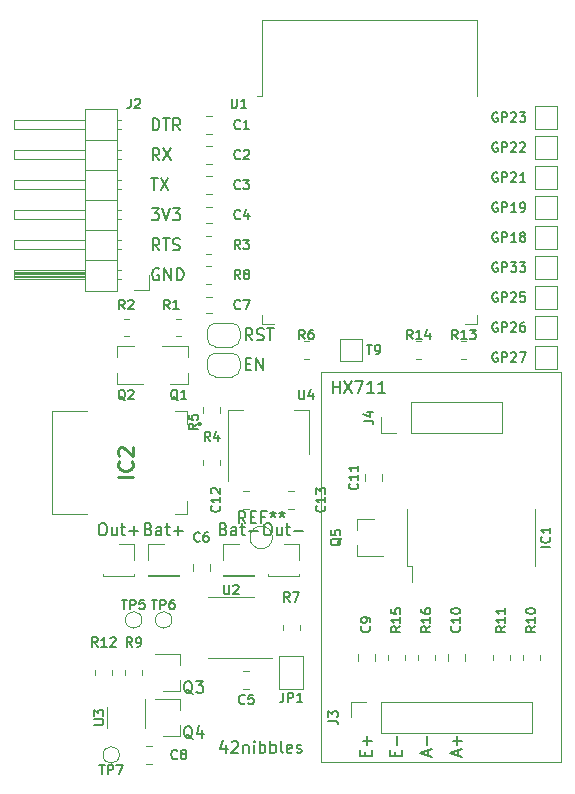
<source format=gbr>
%TF.GenerationSoftware,KiCad,Pcbnew,(5.1.10)-1*%
%TF.CreationDate,2021-12-14T17:34:47+01:00*%
%TF.ProjectId,SmartScale,536d6172-7453-4636-916c-652e6b696361,0.3*%
%TF.SameCoordinates,Original*%
%TF.FileFunction,Legend,Top*%
%TF.FilePolarity,Positive*%
%FSLAX46Y46*%
G04 Gerber Fmt 4.6, Leading zero omitted, Abs format (unit mm)*
G04 Created by KiCad (PCBNEW (5.1.10)-1) date 2021-12-14 17:34:47*
%MOMM*%
%LPD*%
G01*
G04 APERTURE LIST*
%ADD10C,0.200000*%
%ADD11C,0.150000*%
%ADD12C,0.120000*%
%ADD13C,0.100000*%
%ADD14C,0.300000*%
%ADD15C,0.254000*%
G04 APERTURE END LIST*
D10*
X151328809Y-145200714D02*
X151328809Y-145867380D01*
X151090714Y-144819761D02*
X150852619Y-145534047D01*
X151471666Y-145534047D01*
X151805000Y-144962619D02*
X151852619Y-144915000D01*
X151947857Y-144867380D01*
X152185952Y-144867380D01*
X152281190Y-144915000D01*
X152328809Y-144962619D01*
X152376428Y-145057857D01*
X152376428Y-145153095D01*
X152328809Y-145295952D01*
X151757380Y-145867380D01*
X152376428Y-145867380D01*
X152805000Y-145200714D02*
X152805000Y-145867380D01*
X152805000Y-145295952D02*
X152852619Y-145248333D01*
X152947857Y-145200714D01*
X153090714Y-145200714D01*
X153185952Y-145248333D01*
X153233571Y-145343571D01*
X153233571Y-145867380D01*
X153709761Y-145867380D02*
X153709761Y-145200714D01*
X153709761Y-144867380D02*
X153662142Y-144915000D01*
X153709761Y-144962619D01*
X153757380Y-144915000D01*
X153709761Y-144867380D01*
X153709761Y-144962619D01*
X154185952Y-145867380D02*
X154185952Y-144867380D01*
X154185952Y-145248333D02*
X154281190Y-145200714D01*
X154471666Y-145200714D01*
X154566904Y-145248333D01*
X154614523Y-145295952D01*
X154662142Y-145391190D01*
X154662142Y-145676904D01*
X154614523Y-145772142D01*
X154566904Y-145819761D01*
X154471666Y-145867380D01*
X154281190Y-145867380D01*
X154185952Y-145819761D01*
X155090714Y-145867380D02*
X155090714Y-144867380D01*
X155090714Y-145248333D02*
X155185952Y-145200714D01*
X155376428Y-145200714D01*
X155471666Y-145248333D01*
X155519285Y-145295952D01*
X155566904Y-145391190D01*
X155566904Y-145676904D01*
X155519285Y-145772142D01*
X155471666Y-145819761D01*
X155376428Y-145867380D01*
X155185952Y-145867380D01*
X155090714Y-145819761D01*
X156138333Y-145867380D02*
X156043095Y-145819761D01*
X155995476Y-145724523D01*
X155995476Y-144867380D01*
X156900238Y-145819761D02*
X156805000Y-145867380D01*
X156614523Y-145867380D01*
X156519285Y-145819761D01*
X156471666Y-145724523D01*
X156471666Y-145343571D01*
X156519285Y-145248333D01*
X156614523Y-145200714D01*
X156805000Y-145200714D01*
X156900238Y-145248333D01*
X156947857Y-145343571D01*
X156947857Y-145438809D01*
X156471666Y-145534047D01*
X157328809Y-145819761D02*
X157424047Y-145867380D01*
X157614523Y-145867380D01*
X157709761Y-145819761D01*
X157757380Y-145724523D01*
X157757380Y-145676904D01*
X157709761Y-145581666D01*
X157614523Y-145534047D01*
X157471666Y-145534047D01*
X157376428Y-145486428D01*
X157328809Y-145391190D01*
X157328809Y-145343571D01*
X157376428Y-145248333D01*
X157471666Y-145200714D01*
X157614523Y-145200714D01*
X157709761Y-145248333D01*
D11*
X140787619Y-126452380D02*
X140978095Y-126452380D01*
X141073333Y-126500000D01*
X141168571Y-126595238D01*
X141216190Y-126785714D01*
X141216190Y-127119047D01*
X141168571Y-127309523D01*
X141073333Y-127404761D01*
X140978095Y-127452380D01*
X140787619Y-127452380D01*
X140692380Y-127404761D01*
X140597142Y-127309523D01*
X140549523Y-127119047D01*
X140549523Y-126785714D01*
X140597142Y-126595238D01*
X140692380Y-126500000D01*
X140787619Y-126452380D01*
X142073333Y-126785714D02*
X142073333Y-127452380D01*
X141644761Y-126785714D02*
X141644761Y-127309523D01*
X141692380Y-127404761D01*
X141787619Y-127452380D01*
X141930476Y-127452380D01*
X142025714Y-127404761D01*
X142073333Y-127357142D01*
X142406666Y-126785714D02*
X142787619Y-126785714D01*
X142549523Y-126452380D02*
X142549523Y-127309523D01*
X142597142Y-127404761D01*
X142692380Y-127452380D01*
X142787619Y-127452380D01*
X143120952Y-127071428D02*
X143882857Y-127071428D01*
X143501904Y-127452380D02*
X143501904Y-126690476D01*
X154757619Y-126452380D02*
X154948095Y-126452380D01*
X155043333Y-126500000D01*
X155138571Y-126595238D01*
X155186190Y-126785714D01*
X155186190Y-127119047D01*
X155138571Y-127309523D01*
X155043333Y-127404761D01*
X154948095Y-127452380D01*
X154757619Y-127452380D01*
X154662380Y-127404761D01*
X154567142Y-127309523D01*
X154519523Y-127119047D01*
X154519523Y-126785714D01*
X154567142Y-126595238D01*
X154662380Y-126500000D01*
X154757619Y-126452380D01*
X156043333Y-126785714D02*
X156043333Y-127452380D01*
X155614761Y-126785714D02*
X155614761Y-127309523D01*
X155662380Y-127404761D01*
X155757619Y-127452380D01*
X155900476Y-127452380D01*
X155995714Y-127404761D01*
X156043333Y-127357142D01*
X156376666Y-126785714D02*
X156757619Y-126785714D01*
X156519523Y-126452380D02*
X156519523Y-127309523D01*
X156567142Y-127404761D01*
X156662380Y-127452380D01*
X156757619Y-127452380D01*
X157090952Y-127071428D02*
X157852857Y-127071428D01*
X151114285Y-126928571D02*
X151257142Y-126976190D01*
X151304761Y-127023809D01*
X151352380Y-127119047D01*
X151352380Y-127261904D01*
X151304761Y-127357142D01*
X151257142Y-127404761D01*
X151161904Y-127452380D01*
X150780952Y-127452380D01*
X150780952Y-126452380D01*
X151114285Y-126452380D01*
X151209523Y-126500000D01*
X151257142Y-126547619D01*
X151304761Y-126642857D01*
X151304761Y-126738095D01*
X151257142Y-126833333D01*
X151209523Y-126880952D01*
X151114285Y-126928571D01*
X150780952Y-126928571D01*
X152209523Y-127452380D02*
X152209523Y-126928571D01*
X152161904Y-126833333D01*
X152066666Y-126785714D01*
X151876190Y-126785714D01*
X151780952Y-126833333D01*
X152209523Y-127404761D02*
X152114285Y-127452380D01*
X151876190Y-127452380D01*
X151780952Y-127404761D01*
X151733333Y-127309523D01*
X151733333Y-127214285D01*
X151780952Y-127119047D01*
X151876190Y-127071428D01*
X152114285Y-127071428D01*
X152209523Y-127023809D01*
X152542857Y-126785714D02*
X152923809Y-126785714D01*
X152685714Y-126452380D02*
X152685714Y-127309523D01*
X152733333Y-127404761D01*
X152828571Y-127452380D01*
X152923809Y-127452380D01*
X153257142Y-127071428D02*
X154019047Y-127071428D01*
X144764285Y-126928571D02*
X144907142Y-126976190D01*
X144954761Y-127023809D01*
X145002380Y-127119047D01*
X145002380Y-127261904D01*
X144954761Y-127357142D01*
X144907142Y-127404761D01*
X144811904Y-127452380D01*
X144430952Y-127452380D01*
X144430952Y-126452380D01*
X144764285Y-126452380D01*
X144859523Y-126500000D01*
X144907142Y-126547619D01*
X144954761Y-126642857D01*
X144954761Y-126738095D01*
X144907142Y-126833333D01*
X144859523Y-126880952D01*
X144764285Y-126928571D01*
X144430952Y-126928571D01*
X145859523Y-127452380D02*
X145859523Y-126928571D01*
X145811904Y-126833333D01*
X145716666Y-126785714D01*
X145526190Y-126785714D01*
X145430952Y-126833333D01*
X145859523Y-127404761D02*
X145764285Y-127452380D01*
X145526190Y-127452380D01*
X145430952Y-127404761D01*
X145383333Y-127309523D01*
X145383333Y-127214285D01*
X145430952Y-127119047D01*
X145526190Y-127071428D01*
X145764285Y-127071428D01*
X145859523Y-127023809D01*
X146192857Y-126785714D02*
X146573809Y-126785714D01*
X146335714Y-126452380D02*
X146335714Y-127309523D01*
X146383333Y-127404761D01*
X146478571Y-127452380D01*
X146573809Y-127452380D01*
X146907142Y-127071428D02*
X147669047Y-127071428D01*
X147288095Y-127452380D02*
X147288095Y-126690476D01*
X152989595Y-112958571D02*
X153322928Y-112958571D01*
X153465785Y-113482380D02*
X152989595Y-113482380D01*
X152989595Y-112482380D01*
X153465785Y-112482380D01*
X153894357Y-113482380D02*
X153894357Y-112482380D01*
X154465785Y-113482380D01*
X154465785Y-112482380D01*
X153561023Y-110942380D02*
X153227690Y-110466190D01*
X152989595Y-110942380D02*
X152989595Y-109942380D01*
X153370547Y-109942380D01*
X153465785Y-109990000D01*
X153513404Y-110037619D01*
X153561023Y-110132857D01*
X153561023Y-110275714D01*
X153513404Y-110370952D01*
X153465785Y-110418571D01*
X153370547Y-110466190D01*
X152989595Y-110466190D01*
X153941976Y-110894761D02*
X154084833Y-110942380D01*
X154322928Y-110942380D01*
X154418166Y-110894761D01*
X154465785Y-110847142D01*
X154513404Y-110751904D01*
X154513404Y-110656666D01*
X154465785Y-110561428D01*
X154418166Y-110513809D01*
X154322928Y-110466190D01*
X154132452Y-110418571D01*
X154037214Y-110370952D01*
X153989595Y-110323333D01*
X153941976Y-110228095D01*
X153941976Y-110132857D01*
X153989595Y-110037619D01*
X154037214Y-109990000D01*
X154132452Y-109942380D01*
X154370547Y-109942380D01*
X154513404Y-109990000D01*
X154799119Y-109942380D02*
X155370547Y-109942380D01*
X155084833Y-110942380D02*
X155084833Y-109942380D01*
X170981666Y-146147261D02*
X170981666Y-145671071D01*
X171267380Y-146242500D02*
X170267380Y-145909166D01*
X171267380Y-145575833D01*
X170886428Y-145242500D02*
X170886428Y-144480595D01*
X171267380Y-144861547D02*
X170505476Y-144861547D01*
X168441666Y-146147261D02*
X168441666Y-145671071D01*
X168727380Y-146242500D02*
X167727380Y-145909166D01*
X168727380Y-145575833D01*
X168346428Y-145242500D02*
X168346428Y-144480595D01*
X165663571Y-146147261D02*
X165663571Y-145813928D01*
X166187380Y-145671071D02*
X166187380Y-146147261D01*
X165187380Y-146147261D01*
X165187380Y-145671071D01*
X165806428Y-145242500D02*
X165806428Y-144480595D01*
X163123571Y-146147261D02*
X163123571Y-145813928D01*
X163647380Y-145671071D02*
X163647380Y-146147261D01*
X162647380Y-146147261D01*
X162647380Y-145671071D01*
X163266428Y-145242500D02*
X163266428Y-144480595D01*
X163647380Y-144861547D02*
X162885476Y-144861547D01*
X145639404Y-104910000D02*
X145544166Y-104862380D01*
X145401309Y-104862380D01*
X145258452Y-104910000D01*
X145163214Y-105005238D01*
X145115595Y-105100476D01*
X145067976Y-105290952D01*
X145067976Y-105433809D01*
X145115595Y-105624285D01*
X145163214Y-105719523D01*
X145258452Y-105814761D01*
X145401309Y-105862380D01*
X145496547Y-105862380D01*
X145639404Y-105814761D01*
X145687023Y-105767142D01*
X145687023Y-105433809D01*
X145496547Y-105433809D01*
X146115595Y-105862380D02*
X146115595Y-104862380D01*
X146687023Y-105862380D01*
X146687023Y-104862380D01*
X147163214Y-105862380D02*
X147163214Y-104862380D01*
X147401309Y-104862380D01*
X147544166Y-104910000D01*
X147639404Y-105005238D01*
X147687023Y-105100476D01*
X147734642Y-105290952D01*
X147734642Y-105433809D01*
X147687023Y-105624285D01*
X147639404Y-105719523D01*
X147544166Y-105814761D01*
X147401309Y-105862380D01*
X147163214Y-105862380D01*
X145687023Y-103322380D02*
X145353690Y-102846190D01*
X145115595Y-103322380D02*
X145115595Y-102322380D01*
X145496547Y-102322380D01*
X145591785Y-102370000D01*
X145639404Y-102417619D01*
X145687023Y-102512857D01*
X145687023Y-102655714D01*
X145639404Y-102750952D01*
X145591785Y-102798571D01*
X145496547Y-102846190D01*
X145115595Y-102846190D01*
X145972738Y-102322380D02*
X146544166Y-102322380D01*
X146258452Y-103322380D02*
X146258452Y-102322380D01*
X146829880Y-103274761D02*
X146972738Y-103322380D01*
X147210833Y-103322380D01*
X147306071Y-103274761D01*
X147353690Y-103227142D01*
X147401309Y-103131904D01*
X147401309Y-103036666D01*
X147353690Y-102941428D01*
X147306071Y-102893809D01*
X147210833Y-102846190D01*
X147020357Y-102798571D01*
X146925119Y-102750952D01*
X146877500Y-102703333D01*
X146829880Y-102608095D01*
X146829880Y-102512857D01*
X146877500Y-102417619D01*
X146925119Y-102370000D01*
X147020357Y-102322380D01*
X147258452Y-102322380D01*
X147401309Y-102370000D01*
X145020357Y-99782380D02*
X145639404Y-99782380D01*
X145306071Y-100163333D01*
X145448928Y-100163333D01*
X145544166Y-100210952D01*
X145591785Y-100258571D01*
X145639404Y-100353809D01*
X145639404Y-100591904D01*
X145591785Y-100687142D01*
X145544166Y-100734761D01*
X145448928Y-100782380D01*
X145163214Y-100782380D01*
X145067976Y-100734761D01*
X145020357Y-100687142D01*
X145925119Y-99782380D02*
X146258452Y-100782380D01*
X146591785Y-99782380D01*
X146829880Y-99782380D02*
X147448928Y-99782380D01*
X147115595Y-100163333D01*
X147258452Y-100163333D01*
X147353690Y-100210952D01*
X147401309Y-100258571D01*
X147448928Y-100353809D01*
X147448928Y-100591904D01*
X147401309Y-100687142D01*
X147353690Y-100734761D01*
X147258452Y-100782380D01*
X146972738Y-100782380D01*
X146877500Y-100734761D01*
X146829880Y-100687142D01*
X144972738Y-97242380D02*
X145544166Y-97242380D01*
X145258452Y-98242380D02*
X145258452Y-97242380D01*
X145782261Y-97242380D02*
X146448928Y-98242380D01*
X146448928Y-97242380D02*
X145782261Y-98242380D01*
X145687023Y-95702380D02*
X145353690Y-95226190D01*
X145115595Y-95702380D02*
X145115595Y-94702380D01*
X145496547Y-94702380D01*
X145591785Y-94750000D01*
X145639404Y-94797619D01*
X145687023Y-94892857D01*
X145687023Y-95035714D01*
X145639404Y-95130952D01*
X145591785Y-95178571D01*
X145496547Y-95226190D01*
X145115595Y-95226190D01*
X146020357Y-94702380D02*
X146687023Y-95702380D01*
X146687023Y-94702380D02*
X146020357Y-95702380D01*
X145115595Y-93162380D02*
X145115595Y-92162380D01*
X145353690Y-92162380D01*
X145496547Y-92210000D01*
X145591785Y-92305238D01*
X145639404Y-92400476D01*
X145687023Y-92590952D01*
X145687023Y-92733809D01*
X145639404Y-92924285D01*
X145591785Y-93019523D01*
X145496547Y-93114761D01*
X145353690Y-93162380D01*
X145115595Y-93162380D01*
X145972738Y-92162380D02*
X146544166Y-92162380D01*
X146258452Y-93162380D02*
X146258452Y-92162380D01*
X147448928Y-93162380D02*
X147115595Y-92686190D01*
X146877500Y-93162380D02*
X146877500Y-92162380D01*
X147258452Y-92162380D01*
X147353690Y-92210000D01*
X147401309Y-92257619D01*
X147448928Y-92352857D01*
X147448928Y-92495714D01*
X147401309Y-92590952D01*
X147353690Y-92638571D01*
X147258452Y-92686190D01*
X146877500Y-92686190D01*
D12*
X159385000Y-113665000D02*
X159385000Y-146685000D01*
X179705000Y-113665000D02*
X159385000Y-113665000D01*
X179705000Y-146685000D02*
X179705000Y-113665000D01*
X159385000Y-146685000D02*
X179705000Y-146685000D01*
D11*
X160369523Y-115387380D02*
X160369523Y-114387380D01*
X160369523Y-114863571D02*
X160940952Y-114863571D01*
X160940952Y-115387380D02*
X160940952Y-114387380D01*
X161321904Y-114387380D02*
X161988571Y-115387380D01*
X161988571Y-114387380D02*
X161321904Y-115387380D01*
X162274285Y-114387380D02*
X162940952Y-114387380D01*
X162512380Y-115387380D01*
X163845714Y-115387380D02*
X163274285Y-115387380D01*
X163560000Y-115387380D02*
X163560000Y-114387380D01*
X163464761Y-114530238D01*
X163369523Y-114625476D01*
X163274285Y-114673095D01*
X164798095Y-115387380D02*
X164226666Y-115387380D01*
X164512380Y-115387380D02*
X164512380Y-114387380D01*
X164417142Y-114530238D01*
X164321904Y-114625476D01*
X164226666Y-114673095D01*
D12*
%TO.C,REF\u002A\u002A*%
X155255000Y-127635000D02*
G75*
G03*
X155255000Y-127635000I-950000J0D01*
G01*
D13*
%TO.C,IC2*%
X139525000Y-116915000D02*
X136625000Y-116915000D01*
X136625000Y-116915000D02*
X136625000Y-125655000D01*
X136625000Y-125655000D02*
X139525000Y-125655000D01*
X148025000Y-124515000D02*
X147985000Y-125655000D01*
X147985000Y-125655000D02*
X147025000Y-125655000D01*
X147985000Y-118015000D02*
X147985000Y-116915000D01*
X147985000Y-116915000D02*
X147025000Y-116915000D01*
D14*
X149025000Y-118015000D02*
X149025000Y-118015000D01*
X149125000Y-118015000D02*
X149125000Y-118015000D01*
X149025000Y-118015000D02*
G75*
G02*
X149125000Y-118015000I50000J0D01*
G01*
X149125000Y-118015000D02*
G75*
G02*
X149025000Y-118015000I-50000J0D01*
G01*
D12*
%TO.C,Q4*%
X147445000Y-144455000D02*
X147445000Y-143525000D01*
X147445000Y-141295000D02*
X147445000Y-142225000D01*
X147445000Y-141295000D02*
X145285000Y-141295000D01*
X147445000Y-144455000D02*
X145985000Y-144455000D01*
%TO.C,Q3*%
X147445000Y-140645000D02*
X147445000Y-139715000D01*
X147445000Y-137485000D02*
X147445000Y-138415000D01*
X147445000Y-137485000D02*
X145285000Y-137485000D01*
X147445000Y-140645000D02*
X145985000Y-140645000D01*
%TO.C,U1*%
X154360000Y-90225000D02*
X153980000Y-90225000D01*
X154360000Y-83805000D02*
X154360000Y-90225000D01*
X172600000Y-83805000D02*
X172600000Y-90225000D01*
X154360000Y-83805000D02*
X172600000Y-83805000D01*
X172600000Y-109550000D02*
X171600000Y-109550000D01*
X172600000Y-108770000D02*
X172600000Y-109550000D01*
X154360000Y-109550000D02*
X155360000Y-109550000D01*
X154360000Y-108770000D02*
X154360000Y-109550000D01*
%TO.C,BAT2*%
X151070000Y-130870000D02*
X153730000Y-130870000D01*
X151070000Y-130810000D02*
X151070000Y-130870000D01*
X153730000Y-130810000D02*
X153730000Y-130870000D01*
X151070000Y-130810000D02*
X153730000Y-130810000D01*
X151070000Y-129540000D02*
X151070000Y-128210000D01*
X151070000Y-128210000D02*
X152400000Y-128210000D01*
%TO.C,BAT1*%
X144720000Y-130870000D02*
X147380000Y-130870000D01*
X144720000Y-130810000D02*
X144720000Y-130870000D01*
X147380000Y-130810000D02*
X147380000Y-130870000D01*
X144720000Y-130810000D02*
X147380000Y-130810000D01*
X144720000Y-129540000D02*
X144720000Y-128210000D01*
X144720000Y-128210000D02*
X146050000Y-128210000D01*
%TO.C,U2*%
X151765000Y-132695000D02*
X149815000Y-132695000D01*
X151765000Y-132695000D02*
X153715000Y-132695000D01*
X151765000Y-137815000D02*
X149815000Y-137815000D01*
X151765000Y-137815000D02*
X155215000Y-137815000D01*
%TO.C,TP6*%
X146750000Y-134620000D02*
G75*
G03*
X146750000Y-134620000I-700000J0D01*
G01*
%TO.C,TP5*%
X144210000Y-134620000D02*
G75*
G03*
X144210000Y-134620000I-700000J0D01*
G01*
%TO.C,TP11*%
X154880000Y-130870000D02*
X157540000Y-130870000D01*
X154880000Y-130750000D02*
X154880000Y-130870000D01*
X157540000Y-130750000D02*
X157540000Y-130870000D01*
X157540000Y-128210000D02*
X157540000Y-129540000D01*
X156210000Y-128210000D02*
X157540000Y-128210000D01*
%TO.C,TP10*%
X140910000Y-130870000D02*
X143570000Y-130870000D01*
X140910000Y-130750000D02*
X140910000Y-130870000D01*
X143570000Y-130750000D02*
X143570000Y-130870000D01*
X143570000Y-128210000D02*
X143570000Y-129540000D01*
X142240000Y-128210000D02*
X143570000Y-128210000D01*
%TO.C,R7*%
X156110000Y-135482064D02*
X156110000Y-135027936D01*
X157580000Y-135482064D02*
X157580000Y-135027936D01*
%TO.C,R2*%
X143102064Y-109120000D02*
X142647936Y-109120000D01*
X143102064Y-110590000D02*
X142647936Y-110590000D01*
%TO.C,R1*%
X147547064Y-109120000D02*
X147092936Y-109120000D01*
X147547064Y-110590000D02*
X147092936Y-110590000D01*
%TO.C,JP1*%
X155845000Y-137665000D02*
X157845000Y-137665000D01*
X155845000Y-140465000D02*
X155845000Y-137665000D01*
X157845000Y-140465000D02*
X155845000Y-140465000D01*
X157845000Y-137665000D02*
X157845000Y-140465000D01*
%TO.C,C6*%
X149960000Y-129913748D02*
X149960000Y-130436252D01*
X148490000Y-129913748D02*
X148490000Y-130436252D01*
%TO.C,C5*%
X153296252Y-140435000D02*
X152773748Y-140435000D01*
X153296252Y-138965000D02*
X152773748Y-138965000D01*
%TO.C,Q2*%
X142115000Y-111450000D02*
X143575000Y-111450000D01*
X142115000Y-114610000D02*
X144275000Y-114610000D01*
X142115000Y-114610000D02*
X142115000Y-113680000D01*
X142115000Y-111450000D02*
X142115000Y-112380000D01*
%TO.C,Q1*%
X148080000Y-114610000D02*
X146620000Y-114610000D01*
X148080000Y-111450000D02*
X145920000Y-111450000D01*
X148080000Y-111450000D02*
X148080000Y-112380000D01*
X148080000Y-114610000D02*
X148080000Y-113680000D01*
%TO.C,C7*%
X150121252Y-108660000D02*
X149598748Y-108660000D01*
X150121252Y-107240000D02*
X149598748Y-107240000D01*
%TO.C,C4*%
X150121252Y-101040000D02*
X149598748Y-101040000D01*
X150121252Y-99620000D02*
X149598748Y-99620000D01*
%TO.C,R5*%
X150849000Y-117067064D02*
X150849000Y-116612936D01*
X149379000Y-117067064D02*
X149379000Y-116612936D01*
%TO.C,R4*%
X149379000Y-121057936D02*
X149379000Y-121512064D01*
X150849000Y-121057936D02*
X150849000Y-121512064D01*
%TO.C,SW1*%
X152530000Y-112730000D02*
X152530000Y-113330000D01*
X150430000Y-112030000D02*
X151830000Y-112030000D01*
X149730000Y-113330000D02*
X149730000Y-112730000D01*
X151830000Y-114030000D02*
X150430000Y-114030000D01*
X150430000Y-114030000D02*
G75*
G02*
X149730000Y-113330000I0J700000D01*
G01*
X149730000Y-112730000D02*
G75*
G02*
X150430000Y-112030000I700000J0D01*
G01*
X151830000Y-112030000D02*
G75*
G02*
X152530000Y-112730000I0J-700000D01*
G01*
X152530000Y-113330000D02*
G75*
G02*
X151830000Y-114030000I-700000J0D01*
G01*
%TO.C,R6*%
X158342064Y-112495000D02*
X157887936Y-112495000D01*
X158342064Y-111025000D02*
X157887936Y-111025000D01*
%TO.C,R14*%
X167867064Y-111025000D02*
X167412936Y-111025000D01*
X167867064Y-112495000D02*
X167412936Y-112495000D01*
%TO.C,R13*%
X171677064Y-112495000D02*
X171222936Y-112495000D01*
X171677064Y-111025000D02*
X171222936Y-111025000D01*
%TO.C,R12*%
X140235000Y-138837936D02*
X140235000Y-139292064D01*
X141705000Y-138837936D02*
X141705000Y-139292064D01*
%TO.C,R9*%
X142775000Y-138837936D02*
X142775000Y-139292064D01*
X144245000Y-138837936D02*
X144245000Y-139292064D01*
%TO.C,R8*%
X149632936Y-104675000D02*
X150087064Y-104675000D01*
X149632936Y-106145000D02*
X150087064Y-106145000D01*
%TO.C,R3*%
X149632936Y-102135000D02*
X150087064Y-102135000D01*
X149632936Y-103605000D02*
X150087064Y-103605000D01*
%TO.C,R16*%
X167540000Y-138022064D02*
X167540000Y-137567936D01*
X169010000Y-138022064D02*
X169010000Y-137567936D01*
%TO.C,R15*%
X165000000Y-138022064D02*
X165000000Y-137567936D01*
X166470000Y-138022064D02*
X166470000Y-137567936D01*
%TO.C,R11*%
X173890000Y-138022064D02*
X173890000Y-137567936D01*
X175360000Y-138022064D02*
X175360000Y-137567936D01*
%TO.C,R10*%
X176430000Y-138022064D02*
X176430000Y-137567936D01*
X177900000Y-138022064D02*
X177900000Y-137567936D01*
%TO.C,C3*%
X149598748Y-97055000D02*
X150121252Y-97055000D01*
X149598748Y-98525000D02*
X150121252Y-98525000D01*
%TO.C,C13*%
X157106252Y-125195000D02*
X156583748Y-125195000D01*
X157106252Y-123725000D02*
X156583748Y-123725000D01*
%TO.C,C2*%
X149598748Y-94515000D02*
X150121252Y-94515000D01*
X149598748Y-95985000D02*
X150121252Y-95985000D01*
%TO.C,C1*%
X149598748Y-91975000D02*
X150121252Y-91975000D01*
X149598748Y-93445000D02*
X150121252Y-93445000D01*
%TO.C,C12*%
X153296252Y-125195000D02*
X152773748Y-125195000D01*
X153296252Y-123725000D02*
X152773748Y-123725000D01*
%TO.C,C11*%
X163095000Y-122816252D02*
X163095000Y-122293748D01*
X164565000Y-122816252D02*
X164565000Y-122293748D01*
%TO.C,C10*%
X170080000Y-138056252D02*
X170080000Y-137533748D01*
X171550000Y-138056252D02*
X171550000Y-137533748D01*
%TO.C,C9*%
X163930000Y-137533748D02*
X163930000Y-138056252D01*
X162460000Y-137533748D02*
X162460000Y-138056252D01*
%TO.C,C8*%
X145041252Y-146785000D02*
X144518748Y-146785000D01*
X145041252Y-145315000D02*
X144518748Y-145315000D01*
%TO.C,SW2*%
X152530000Y-110190000D02*
X152530000Y-110790000D01*
X150430000Y-109490000D02*
X151830000Y-109490000D01*
X149730000Y-110790000D02*
X149730000Y-110190000D01*
X151830000Y-111490000D02*
X150430000Y-111490000D01*
X150430000Y-111490000D02*
G75*
G02*
X149730000Y-110790000I0J700000D01*
G01*
X149730000Y-110190000D02*
G75*
G02*
X150430000Y-109490000I700000J0D01*
G01*
X151830000Y-109490000D02*
G75*
G02*
X152530000Y-110190000I0J-700000D01*
G01*
X152530000Y-110790000D02*
G75*
G02*
X151830000Y-111490000I-700000J0D01*
G01*
%TO.C,IC1*%
X177485000Y-130035000D02*
X177485000Y-125235000D01*
X166685000Y-130035000D02*
X166685000Y-125235000D01*
X167085000Y-130035000D02*
X167085000Y-131435000D01*
X166685000Y-130035000D02*
X167085000Y-130035000D01*
%TO.C,J3*%
X164465000Y-144205000D02*
X164465000Y-141545000D01*
X164465000Y-144205000D02*
X177225000Y-144205000D01*
X177225000Y-144205000D02*
X177225000Y-141545000D01*
X164465000Y-141545000D02*
X177225000Y-141545000D01*
X161865000Y-141545000D02*
X163195000Y-141545000D01*
X161865000Y-142875000D02*
X161865000Y-141545000D01*
%TO.C,J4*%
X164405000Y-118805000D02*
X164405000Y-117475000D01*
X165735000Y-118805000D02*
X164405000Y-118805000D01*
X167005000Y-118805000D02*
X167005000Y-116145000D01*
X167005000Y-116145000D02*
X174685000Y-116145000D01*
X167005000Y-118805000D02*
X174685000Y-118805000D01*
X174685000Y-118805000D02*
X174685000Y-116145000D01*
%TO.C,T9*%
X162825000Y-110810000D02*
X160975000Y-110810000D01*
X162825000Y-110860000D02*
X162825000Y-110810000D01*
X162825000Y-112710000D02*
X162825000Y-110860000D01*
X160975000Y-112710000D02*
X162825000Y-112710000D01*
X160975000Y-110810000D02*
X160975000Y-112710000D01*
%TO.C,GP33*%
X177485000Y-103825000D02*
X177485000Y-105725000D01*
X177485000Y-105725000D02*
X179335000Y-105725000D01*
X179335000Y-105725000D02*
X179335000Y-103875000D01*
X179335000Y-103875000D02*
X179335000Y-103825000D01*
X179335000Y-103825000D02*
X177485000Y-103825000D01*
%TO.C,GP27*%
X177485000Y-111445000D02*
X177485000Y-113345000D01*
X177485000Y-113345000D02*
X179335000Y-113345000D01*
X179335000Y-113345000D02*
X179335000Y-111495000D01*
X179335000Y-111495000D02*
X179335000Y-111445000D01*
X179335000Y-111445000D02*
X177485000Y-111445000D01*
%TO.C,GP23*%
X177485000Y-91125000D02*
X177485000Y-93025000D01*
X177485000Y-93025000D02*
X179335000Y-93025000D01*
X179335000Y-93025000D02*
X179335000Y-91175000D01*
X179335000Y-91175000D02*
X179335000Y-91125000D01*
X179335000Y-91125000D02*
X177485000Y-91125000D01*
%TO.C,GP22*%
X177485000Y-93665000D02*
X177485000Y-95565000D01*
X177485000Y-95565000D02*
X179335000Y-95565000D01*
X179335000Y-95565000D02*
X179335000Y-93715000D01*
X179335000Y-93715000D02*
X179335000Y-93665000D01*
X179335000Y-93665000D02*
X177485000Y-93665000D01*
%TO.C,GP21*%
X177485000Y-96205000D02*
X177485000Y-98105000D01*
X177485000Y-98105000D02*
X179335000Y-98105000D01*
X179335000Y-98105000D02*
X179335000Y-96255000D01*
X179335000Y-96255000D02*
X179335000Y-96205000D01*
X179335000Y-96205000D02*
X177485000Y-96205000D01*
%TO.C,GP19*%
X177485000Y-98745000D02*
X177485000Y-100645000D01*
X177485000Y-100645000D02*
X179335000Y-100645000D01*
X179335000Y-100645000D02*
X179335000Y-98795000D01*
X179335000Y-98795000D02*
X179335000Y-98745000D01*
X179335000Y-98745000D02*
X177485000Y-98745000D01*
%TO.C,GP18*%
X177485000Y-101285000D02*
X177485000Y-103185000D01*
X177485000Y-103185000D02*
X179335000Y-103185000D01*
X179335000Y-103185000D02*
X179335000Y-101335000D01*
X179335000Y-101335000D02*
X179335000Y-101285000D01*
X179335000Y-101285000D02*
X177485000Y-101285000D01*
%TO.C,GP26*%
X177485000Y-108905000D02*
X177485000Y-110805000D01*
X177485000Y-110805000D02*
X179335000Y-110805000D01*
X179335000Y-110805000D02*
X179335000Y-108955000D01*
X179335000Y-108955000D02*
X179335000Y-108905000D01*
X179335000Y-108905000D02*
X177485000Y-108905000D01*
%TO.C,GP25*%
X177485000Y-106365000D02*
X177485000Y-108265000D01*
X177485000Y-108265000D02*
X179335000Y-108265000D01*
X179335000Y-108265000D02*
X179335000Y-106415000D01*
X179335000Y-106415000D02*
X179335000Y-106365000D01*
X179335000Y-106365000D02*
X177485000Y-106365000D01*
%TO.C,TP7*%
X142305000Y-146050000D02*
G75*
G03*
X142305000Y-146050000I-700000J0D01*
G01*
%TO.C,J2*%
X142070000Y-106740000D02*
X142070000Y-91380000D01*
X142070000Y-91380000D02*
X139410000Y-91380000D01*
X139410000Y-91380000D02*
X139410000Y-106740000D01*
X139410000Y-106740000D02*
X142070000Y-106740000D01*
X139410000Y-105790000D02*
X133410000Y-105790000D01*
X133410000Y-105790000D02*
X133410000Y-105030000D01*
X133410000Y-105030000D02*
X139410000Y-105030000D01*
X139410000Y-105730000D02*
X133410000Y-105730000D01*
X139410000Y-105610000D02*
X133410000Y-105610000D01*
X139410000Y-105490000D02*
X133410000Y-105490000D01*
X139410000Y-105370000D02*
X133410000Y-105370000D01*
X139410000Y-105250000D02*
X133410000Y-105250000D01*
X139410000Y-105130000D02*
X133410000Y-105130000D01*
X142400000Y-105790000D02*
X142070000Y-105790000D01*
X142400000Y-105030000D02*
X142070000Y-105030000D01*
X142070000Y-104140000D02*
X139410000Y-104140000D01*
X139410000Y-103250000D02*
X133410000Y-103250000D01*
X133410000Y-103250000D02*
X133410000Y-102490000D01*
X133410000Y-102490000D02*
X139410000Y-102490000D01*
X142467071Y-103250000D02*
X142070000Y-103250000D01*
X142467071Y-102490000D02*
X142070000Y-102490000D01*
X142070000Y-101600000D02*
X139410000Y-101600000D01*
X139410000Y-100710000D02*
X133410000Y-100710000D01*
X133410000Y-100710000D02*
X133410000Y-99950000D01*
X133410000Y-99950000D02*
X139410000Y-99950000D01*
X142467071Y-100710000D02*
X142070000Y-100710000D01*
X142467071Y-99950000D02*
X142070000Y-99950000D01*
X142070000Y-99060000D02*
X139410000Y-99060000D01*
X139410000Y-98170000D02*
X133410000Y-98170000D01*
X133410000Y-98170000D02*
X133410000Y-97410000D01*
X133410000Y-97410000D02*
X139410000Y-97410000D01*
X142467071Y-98170000D02*
X142070000Y-98170000D01*
X142467071Y-97410000D02*
X142070000Y-97410000D01*
X142070000Y-96520000D02*
X139410000Y-96520000D01*
X139410000Y-95630000D02*
X133410000Y-95630000D01*
X133410000Y-95630000D02*
X133410000Y-94870000D01*
X133410000Y-94870000D02*
X139410000Y-94870000D01*
X142467071Y-95630000D02*
X142070000Y-95630000D01*
X142467071Y-94870000D02*
X142070000Y-94870000D01*
X142070000Y-93980000D02*
X139410000Y-93980000D01*
X139410000Y-93090000D02*
X133410000Y-93090000D01*
X133410000Y-93090000D02*
X133410000Y-92330000D01*
X133410000Y-92330000D02*
X139410000Y-92330000D01*
X142467071Y-93090000D02*
X142070000Y-93090000D01*
X142467071Y-92330000D02*
X142070000Y-92330000D01*
X144780000Y-105410000D02*
X144780000Y-106680000D01*
X144780000Y-106680000D02*
X143510000Y-106680000D01*
%TO.C,U4*%
X151530000Y-122845000D02*
X151530000Y-116835000D01*
X158350000Y-120595000D02*
X158350000Y-116835000D01*
X151530000Y-116835000D02*
X152790000Y-116835000D01*
X158350000Y-116835000D02*
X157090000Y-116835000D01*
%TO.C,U3*%
X141265000Y-141975000D02*
X141265000Y-143775000D01*
X144485000Y-143775000D02*
X144485000Y-141325000D01*
%TO.C,Q5*%
X162435000Y-126055000D02*
X163895000Y-126055000D01*
X162435000Y-129215000D02*
X164595000Y-129215000D01*
X162435000Y-129215000D02*
X162435000Y-128285000D01*
X162435000Y-126055000D02*
X162435000Y-126985000D01*
%TO.C,REF\u002A\u002A*%
D11*
X152971666Y-126439380D02*
X152638333Y-125963190D01*
X152400238Y-126439380D02*
X152400238Y-125439380D01*
X152781190Y-125439380D01*
X152876428Y-125487000D01*
X152924047Y-125534619D01*
X152971666Y-125629857D01*
X152971666Y-125772714D01*
X152924047Y-125867952D01*
X152876428Y-125915571D01*
X152781190Y-125963190D01*
X152400238Y-125963190D01*
X153400238Y-125915571D02*
X153733571Y-125915571D01*
X153876428Y-126439380D02*
X153400238Y-126439380D01*
X153400238Y-125439380D01*
X153876428Y-125439380D01*
X154638333Y-125915571D02*
X154305000Y-125915571D01*
X154305000Y-126439380D02*
X154305000Y-125439380D01*
X154781190Y-125439380D01*
X155305000Y-125439380D02*
X155305000Y-125677476D01*
X155066904Y-125582238D02*
X155305000Y-125677476D01*
X155543095Y-125582238D01*
X155162142Y-125867952D02*
X155305000Y-125677476D01*
X155447857Y-125867952D01*
X156066904Y-125439380D02*
X156066904Y-125677476D01*
X155828809Y-125582238D02*
X156066904Y-125677476D01*
X156305000Y-125582238D01*
X155924047Y-125867952D02*
X156066904Y-125677476D01*
X156209761Y-125867952D01*
%TO.C,IC2*%
D15*
X143449523Y-122524761D02*
X142179523Y-122524761D01*
X143328571Y-121194285D02*
X143389047Y-121254761D01*
X143449523Y-121436190D01*
X143449523Y-121557142D01*
X143389047Y-121738571D01*
X143268095Y-121859523D01*
X143147142Y-121920000D01*
X142905238Y-121980476D01*
X142723809Y-121980476D01*
X142481904Y-121920000D01*
X142360952Y-121859523D01*
X142240000Y-121738571D01*
X142179523Y-121557142D01*
X142179523Y-121436190D01*
X142240000Y-121254761D01*
X142300476Y-121194285D01*
X142300476Y-120710476D02*
X142240000Y-120650000D01*
X142179523Y-120529047D01*
X142179523Y-120226666D01*
X142240000Y-120105714D01*
X142300476Y-120045238D01*
X142421428Y-119984761D01*
X142542380Y-119984761D01*
X142723809Y-120045238D01*
X143449523Y-120770952D01*
X143449523Y-119984761D01*
%TO.C,Q4*%
D11*
X148494761Y-144692619D02*
X148399523Y-144645000D01*
X148304285Y-144549761D01*
X148161428Y-144406904D01*
X148066190Y-144359285D01*
X147970952Y-144359285D01*
X148018571Y-144597380D02*
X147923333Y-144549761D01*
X147828095Y-144454523D01*
X147780476Y-144264047D01*
X147780476Y-143930714D01*
X147828095Y-143740238D01*
X147923333Y-143645000D01*
X148018571Y-143597380D01*
X148209047Y-143597380D01*
X148304285Y-143645000D01*
X148399523Y-143740238D01*
X148447142Y-143930714D01*
X148447142Y-144264047D01*
X148399523Y-144454523D01*
X148304285Y-144549761D01*
X148209047Y-144597380D01*
X148018571Y-144597380D01*
X149304285Y-143930714D02*
X149304285Y-144597380D01*
X149066190Y-143549761D02*
X148828095Y-144264047D01*
X149447142Y-144264047D01*
%TO.C,Q3*%
X148494761Y-140882619D02*
X148399523Y-140835000D01*
X148304285Y-140739761D01*
X148161428Y-140596904D01*
X148066190Y-140549285D01*
X147970952Y-140549285D01*
X148018571Y-140787380D02*
X147923333Y-140739761D01*
X147828095Y-140644523D01*
X147780476Y-140454047D01*
X147780476Y-140120714D01*
X147828095Y-139930238D01*
X147923333Y-139835000D01*
X148018571Y-139787380D01*
X148209047Y-139787380D01*
X148304285Y-139835000D01*
X148399523Y-139930238D01*
X148447142Y-140120714D01*
X148447142Y-140454047D01*
X148399523Y-140644523D01*
X148304285Y-140739761D01*
X148209047Y-140787380D01*
X148018571Y-140787380D01*
X148780476Y-139787380D02*
X149399523Y-139787380D01*
X149066190Y-140168333D01*
X149209047Y-140168333D01*
X149304285Y-140215952D01*
X149351904Y-140263571D01*
X149399523Y-140358809D01*
X149399523Y-140596904D01*
X149351904Y-140692142D01*
X149304285Y-140739761D01*
X149209047Y-140787380D01*
X148923333Y-140787380D01*
X148828095Y-140739761D01*
X148780476Y-140692142D01*
%TO.C,U1*%
X151790476Y-90493904D02*
X151790476Y-91141523D01*
X151828571Y-91217714D01*
X151866666Y-91255809D01*
X151942857Y-91293904D01*
X152095238Y-91293904D01*
X152171428Y-91255809D01*
X152209523Y-91217714D01*
X152247619Y-91141523D01*
X152247619Y-90493904D01*
X153047619Y-91293904D02*
X152590476Y-91293904D01*
X152819047Y-91293904D02*
X152819047Y-90493904D01*
X152742857Y-90608190D01*
X152666666Y-90684380D01*
X152590476Y-90722476D01*
%TO.C,U2*%
X151155476Y-131641904D02*
X151155476Y-132289523D01*
X151193571Y-132365714D01*
X151231666Y-132403809D01*
X151307857Y-132441904D01*
X151460238Y-132441904D01*
X151536428Y-132403809D01*
X151574523Y-132365714D01*
X151612619Y-132289523D01*
X151612619Y-131641904D01*
X151955476Y-131718095D02*
X151993571Y-131680000D01*
X152069761Y-131641904D01*
X152260238Y-131641904D01*
X152336428Y-131680000D01*
X152374523Y-131718095D01*
X152412619Y-131794285D01*
X152412619Y-131870476D01*
X152374523Y-131984761D01*
X151917380Y-132441904D01*
X152412619Y-132441904D01*
%TO.C,TP6*%
X145040476Y-132911904D02*
X145497619Y-132911904D01*
X145269047Y-133711904D02*
X145269047Y-132911904D01*
X145764285Y-133711904D02*
X145764285Y-132911904D01*
X146069047Y-132911904D01*
X146145238Y-132950000D01*
X146183333Y-132988095D01*
X146221428Y-133064285D01*
X146221428Y-133178571D01*
X146183333Y-133254761D01*
X146145238Y-133292857D01*
X146069047Y-133330952D01*
X145764285Y-133330952D01*
X146907142Y-132911904D02*
X146754761Y-132911904D01*
X146678571Y-132950000D01*
X146640476Y-132988095D01*
X146564285Y-133102380D01*
X146526190Y-133254761D01*
X146526190Y-133559523D01*
X146564285Y-133635714D01*
X146602380Y-133673809D01*
X146678571Y-133711904D01*
X146830952Y-133711904D01*
X146907142Y-133673809D01*
X146945238Y-133635714D01*
X146983333Y-133559523D01*
X146983333Y-133369047D01*
X146945238Y-133292857D01*
X146907142Y-133254761D01*
X146830952Y-133216666D01*
X146678571Y-133216666D01*
X146602380Y-133254761D01*
X146564285Y-133292857D01*
X146526190Y-133369047D01*
%TO.C,TP5*%
X142500476Y-132911904D02*
X142957619Y-132911904D01*
X142729047Y-133711904D02*
X142729047Y-132911904D01*
X143224285Y-133711904D02*
X143224285Y-132911904D01*
X143529047Y-132911904D01*
X143605238Y-132950000D01*
X143643333Y-132988095D01*
X143681428Y-133064285D01*
X143681428Y-133178571D01*
X143643333Y-133254761D01*
X143605238Y-133292857D01*
X143529047Y-133330952D01*
X143224285Y-133330952D01*
X144405238Y-132911904D02*
X144024285Y-132911904D01*
X143986190Y-133292857D01*
X144024285Y-133254761D01*
X144100476Y-133216666D01*
X144290952Y-133216666D01*
X144367142Y-133254761D01*
X144405238Y-133292857D01*
X144443333Y-133369047D01*
X144443333Y-133559523D01*
X144405238Y-133635714D01*
X144367142Y-133673809D01*
X144290952Y-133711904D01*
X144100476Y-133711904D01*
X144024285Y-133673809D01*
X143986190Y-133635714D01*
%TO.C,R7*%
X156711666Y-133076904D02*
X156445000Y-132695952D01*
X156254523Y-133076904D02*
X156254523Y-132276904D01*
X156559285Y-132276904D01*
X156635476Y-132315000D01*
X156673571Y-132353095D01*
X156711666Y-132429285D01*
X156711666Y-132543571D01*
X156673571Y-132619761D01*
X156635476Y-132657857D01*
X156559285Y-132695952D01*
X156254523Y-132695952D01*
X156978333Y-132276904D02*
X157511666Y-132276904D01*
X157168809Y-133076904D01*
%TO.C,R2*%
X142741666Y-108311904D02*
X142475000Y-107930952D01*
X142284523Y-108311904D02*
X142284523Y-107511904D01*
X142589285Y-107511904D01*
X142665476Y-107550000D01*
X142703571Y-107588095D01*
X142741666Y-107664285D01*
X142741666Y-107778571D01*
X142703571Y-107854761D01*
X142665476Y-107892857D01*
X142589285Y-107930952D01*
X142284523Y-107930952D01*
X143046428Y-107588095D02*
X143084523Y-107550000D01*
X143160714Y-107511904D01*
X143351190Y-107511904D01*
X143427380Y-107550000D01*
X143465476Y-107588095D01*
X143503571Y-107664285D01*
X143503571Y-107740476D01*
X143465476Y-107854761D01*
X143008333Y-108311904D01*
X143503571Y-108311904D01*
%TO.C,R1*%
X146551666Y-108311904D02*
X146285000Y-107930952D01*
X146094523Y-108311904D02*
X146094523Y-107511904D01*
X146399285Y-107511904D01*
X146475476Y-107550000D01*
X146513571Y-107588095D01*
X146551666Y-107664285D01*
X146551666Y-107778571D01*
X146513571Y-107854761D01*
X146475476Y-107892857D01*
X146399285Y-107930952D01*
X146094523Y-107930952D01*
X147313571Y-108311904D02*
X146856428Y-108311904D01*
X147085000Y-108311904D02*
X147085000Y-107511904D01*
X147008809Y-107626190D01*
X146932619Y-107702380D01*
X146856428Y-107740476D01*
%TO.C,JP1*%
X156178333Y-140785904D02*
X156178333Y-141357333D01*
X156140238Y-141471619D01*
X156064047Y-141547809D01*
X155949761Y-141585904D01*
X155873571Y-141585904D01*
X156559285Y-141585904D02*
X156559285Y-140785904D01*
X156864047Y-140785904D01*
X156940238Y-140824000D01*
X156978333Y-140862095D01*
X157016428Y-140938285D01*
X157016428Y-141052571D01*
X156978333Y-141128761D01*
X156940238Y-141166857D01*
X156864047Y-141204952D01*
X156559285Y-141204952D01*
X157778333Y-141585904D02*
X157321190Y-141585904D01*
X157549761Y-141585904D02*
X157549761Y-140785904D01*
X157473571Y-140900190D01*
X157397380Y-140976380D01*
X157321190Y-141014476D01*
%TO.C,C6*%
X149091666Y-127920714D02*
X149053571Y-127958809D01*
X148939285Y-127996904D01*
X148863095Y-127996904D01*
X148748809Y-127958809D01*
X148672619Y-127882619D01*
X148634523Y-127806428D01*
X148596428Y-127654047D01*
X148596428Y-127539761D01*
X148634523Y-127387380D01*
X148672619Y-127311190D01*
X148748809Y-127235000D01*
X148863095Y-127196904D01*
X148939285Y-127196904D01*
X149053571Y-127235000D01*
X149091666Y-127273095D01*
X149777380Y-127196904D02*
X149625000Y-127196904D01*
X149548809Y-127235000D01*
X149510714Y-127273095D01*
X149434523Y-127387380D01*
X149396428Y-127539761D01*
X149396428Y-127844523D01*
X149434523Y-127920714D01*
X149472619Y-127958809D01*
X149548809Y-127996904D01*
X149701190Y-127996904D01*
X149777380Y-127958809D01*
X149815476Y-127920714D01*
X149853571Y-127844523D01*
X149853571Y-127654047D01*
X149815476Y-127577857D01*
X149777380Y-127539761D01*
X149701190Y-127501666D01*
X149548809Y-127501666D01*
X149472619Y-127539761D01*
X149434523Y-127577857D01*
X149396428Y-127654047D01*
%TO.C,C5*%
X152901666Y-141665714D02*
X152863571Y-141703809D01*
X152749285Y-141741904D01*
X152673095Y-141741904D01*
X152558809Y-141703809D01*
X152482619Y-141627619D01*
X152444523Y-141551428D01*
X152406428Y-141399047D01*
X152406428Y-141284761D01*
X152444523Y-141132380D01*
X152482619Y-141056190D01*
X152558809Y-140980000D01*
X152673095Y-140941904D01*
X152749285Y-140941904D01*
X152863571Y-140980000D01*
X152901666Y-141018095D01*
X153625476Y-140941904D02*
X153244523Y-140941904D01*
X153206428Y-141322857D01*
X153244523Y-141284761D01*
X153320714Y-141246666D01*
X153511190Y-141246666D01*
X153587380Y-141284761D01*
X153625476Y-141322857D01*
X153663571Y-141399047D01*
X153663571Y-141589523D01*
X153625476Y-141665714D01*
X153587380Y-141703809D01*
X153511190Y-141741904D01*
X153320714Y-141741904D01*
X153244523Y-141703809D01*
X153206428Y-141665714D01*
%TO.C,Q2*%
X142798809Y-116008095D02*
X142722619Y-115970000D01*
X142646428Y-115893809D01*
X142532142Y-115779523D01*
X142455952Y-115741428D01*
X142379761Y-115741428D01*
X142417857Y-115931904D02*
X142341666Y-115893809D01*
X142265476Y-115817619D01*
X142227380Y-115665238D01*
X142227380Y-115398571D01*
X142265476Y-115246190D01*
X142341666Y-115170000D01*
X142417857Y-115131904D01*
X142570238Y-115131904D01*
X142646428Y-115170000D01*
X142722619Y-115246190D01*
X142760714Y-115398571D01*
X142760714Y-115665238D01*
X142722619Y-115817619D01*
X142646428Y-115893809D01*
X142570238Y-115931904D01*
X142417857Y-115931904D01*
X143065476Y-115208095D02*
X143103571Y-115170000D01*
X143179761Y-115131904D01*
X143370238Y-115131904D01*
X143446428Y-115170000D01*
X143484523Y-115208095D01*
X143522619Y-115284285D01*
X143522619Y-115360476D01*
X143484523Y-115474761D01*
X143027380Y-115931904D01*
X143522619Y-115931904D01*
%TO.C,Q1*%
X147243809Y-116008095D02*
X147167619Y-115970000D01*
X147091428Y-115893809D01*
X146977142Y-115779523D01*
X146900952Y-115741428D01*
X146824761Y-115741428D01*
X146862857Y-115931904D02*
X146786666Y-115893809D01*
X146710476Y-115817619D01*
X146672380Y-115665238D01*
X146672380Y-115398571D01*
X146710476Y-115246190D01*
X146786666Y-115170000D01*
X146862857Y-115131904D01*
X147015238Y-115131904D01*
X147091428Y-115170000D01*
X147167619Y-115246190D01*
X147205714Y-115398571D01*
X147205714Y-115665238D01*
X147167619Y-115817619D01*
X147091428Y-115893809D01*
X147015238Y-115931904D01*
X146862857Y-115931904D01*
X147967619Y-115931904D02*
X147510476Y-115931904D01*
X147739047Y-115931904D02*
X147739047Y-115131904D01*
X147662857Y-115246190D01*
X147586666Y-115322380D01*
X147510476Y-115360476D01*
%TO.C,C7*%
X152520666Y-108235714D02*
X152482571Y-108273809D01*
X152368285Y-108311904D01*
X152292095Y-108311904D01*
X152177809Y-108273809D01*
X152101619Y-108197619D01*
X152063523Y-108121428D01*
X152025428Y-107969047D01*
X152025428Y-107854761D01*
X152063523Y-107702380D01*
X152101619Y-107626190D01*
X152177809Y-107550000D01*
X152292095Y-107511904D01*
X152368285Y-107511904D01*
X152482571Y-107550000D01*
X152520666Y-107588095D01*
X152787333Y-107511904D02*
X153320666Y-107511904D01*
X152977809Y-108311904D01*
%TO.C,C4*%
X152520666Y-100615714D02*
X152482571Y-100653809D01*
X152368285Y-100691904D01*
X152292095Y-100691904D01*
X152177809Y-100653809D01*
X152101619Y-100577619D01*
X152063523Y-100501428D01*
X152025428Y-100349047D01*
X152025428Y-100234761D01*
X152063523Y-100082380D01*
X152101619Y-100006190D01*
X152177809Y-99930000D01*
X152292095Y-99891904D01*
X152368285Y-99891904D01*
X152482571Y-99930000D01*
X152520666Y-99968095D01*
X153206380Y-100158571D02*
X153206380Y-100691904D01*
X153015904Y-99853809D02*
X152825428Y-100425238D01*
X153320666Y-100425238D01*
%TO.C,R5*%
X148951904Y-117989333D02*
X148570952Y-118256000D01*
X148951904Y-118446476D02*
X148151904Y-118446476D01*
X148151904Y-118141714D01*
X148190000Y-118065523D01*
X148228095Y-118027428D01*
X148304285Y-117989333D01*
X148418571Y-117989333D01*
X148494761Y-118027428D01*
X148532857Y-118065523D01*
X148570952Y-118141714D01*
X148570952Y-118446476D01*
X148151904Y-117265523D02*
X148151904Y-117646476D01*
X148532857Y-117684571D01*
X148494761Y-117646476D01*
X148456666Y-117570285D01*
X148456666Y-117379809D01*
X148494761Y-117303619D01*
X148532857Y-117265523D01*
X148609047Y-117227428D01*
X148799523Y-117227428D01*
X148875714Y-117265523D01*
X148913809Y-117303619D01*
X148951904Y-117379809D01*
X148951904Y-117570285D01*
X148913809Y-117646476D01*
X148875714Y-117684571D01*
%TO.C,R4*%
X149980666Y-119487904D02*
X149714000Y-119106952D01*
X149523523Y-119487904D02*
X149523523Y-118687904D01*
X149828285Y-118687904D01*
X149904476Y-118726000D01*
X149942571Y-118764095D01*
X149980666Y-118840285D01*
X149980666Y-118954571D01*
X149942571Y-119030761D01*
X149904476Y-119068857D01*
X149828285Y-119106952D01*
X149523523Y-119106952D01*
X150666380Y-118954571D02*
X150666380Y-119487904D01*
X150475904Y-118649809D02*
X150285428Y-119221238D01*
X150780666Y-119221238D01*
%TO.C,R6*%
X157981666Y-110851904D02*
X157715000Y-110470952D01*
X157524523Y-110851904D02*
X157524523Y-110051904D01*
X157829285Y-110051904D01*
X157905476Y-110090000D01*
X157943571Y-110128095D01*
X157981666Y-110204285D01*
X157981666Y-110318571D01*
X157943571Y-110394761D01*
X157905476Y-110432857D01*
X157829285Y-110470952D01*
X157524523Y-110470952D01*
X158667380Y-110051904D02*
X158515000Y-110051904D01*
X158438809Y-110090000D01*
X158400714Y-110128095D01*
X158324523Y-110242380D01*
X158286428Y-110394761D01*
X158286428Y-110699523D01*
X158324523Y-110775714D01*
X158362619Y-110813809D01*
X158438809Y-110851904D01*
X158591190Y-110851904D01*
X158667380Y-110813809D01*
X158705476Y-110775714D01*
X158743571Y-110699523D01*
X158743571Y-110509047D01*
X158705476Y-110432857D01*
X158667380Y-110394761D01*
X158591190Y-110356666D01*
X158438809Y-110356666D01*
X158362619Y-110394761D01*
X158324523Y-110432857D01*
X158286428Y-110509047D01*
%TO.C,R14*%
X167125714Y-110851904D02*
X166859047Y-110470952D01*
X166668571Y-110851904D02*
X166668571Y-110051904D01*
X166973333Y-110051904D01*
X167049523Y-110090000D01*
X167087619Y-110128095D01*
X167125714Y-110204285D01*
X167125714Y-110318571D01*
X167087619Y-110394761D01*
X167049523Y-110432857D01*
X166973333Y-110470952D01*
X166668571Y-110470952D01*
X167887619Y-110851904D02*
X167430476Y-110851904D01*
X167659047Y-110851904D02*
X167659047Y-110051904D01*
X167582857Y-110166190D01*
X167506666Y-110242380D01*
X167430476Y-110280476D01*
X168573333Y-110318571D02*
X168573333Y-110851904D01*
X168382857Y-110013809D02*
X168192380Y-110585238D01*
X168687619Y-110585238D01*
%TO.C,R13*%
X170935714Y-110851904D02*
X170669047Y-110470952D01*
X170478571Y-110851904D02*
X170478571Y-110051904D01*
X170783333Y-110051904D01*
X170859523Y-110090000D01*
X170897619Y-110128095D01*
X170935714Y-110204285D01*
X170935714Y-110318571D01*
X170897619Y-110394761D01*
X170859523Y-110432857D01*
X170783333Y-110470952D01*
X170478571Y-110470952D01*
X171697619Y-110851904D02*
X171240476Y-110851904D01*
X171469047Y-110851904D02*
X171469047Y-110051904D01*
X171392857Y-110166190D01*
X171316666Y-110242380D01*
X171240476Y-110280476D01*
X171964285Y-110051904D02*
X172459523Y-110051904D01*
X172192857Y-110356666D01*
X172307142Y-110356666D01*
X172383333Y-110394761D01*
X172421428Y-110432857D01*
X172459523Y-110509047D01*
X172459523Y-110699523D01*
X172421428Y-110775714D01*
X172383333Y-110813809D01*
X172307142Y-110851904D01*
X172078571Y-110851904D01*
X172002380Y-110813809D01*
X171964285Y-110775714D01*
%TO.C,R12*%
X140455714Y-136886904D02*
X140189047Y-136505952D01*
X139998571Y-136886904D02*
X139998571Y-136086904D01*
X140303333Y-136086904D01*
X140379523Y-136125000D01*
X140417619Y-136163095D01*
X140455714Y-136239285D01*
X140455714Y-136353571D01*
X140417619Y-136429761D01*
X140379523Y-136467857D01*
X140303333Y-136505952D01*
X139998571Y-136505952D01*
X141217619Y-136886904D02*
X140760476Y-136886904D01*
X140989047Y-136886904D02*
X140989047Y-136086904D01*
X140912857Y-136201190D01*
X140836666Y-136277380D01*
X140760476Y-136315476D01*
X141522380Y-136163095D02*
X141560476Y-136125000D01*
X141636666Y-136086904D01*
X141827142Y-136086904D01*
X141903333Y-136125000D01*
X141941428Y-136163095D01*
X141979523Y-136239285D01*
X141979523Y-136315476D01*
X141941428Y-136429761D01*
X141484285Y-136886904D01*
X141979523Y-136886904D01*
%TO.C,R9*%
X143376666Y-136886904D02*
X143110000Y-136505952D01*
X142919523Y-136886904D02*
X142919523Y-136086904D01*
X143224285Y-136086904D01*
X143300476Y-136125000D01*
X143338571Y-136163095D01*
X143376666Y-136239285D01*
X143376666Y-136353571D01*
X143338571Y-136429761D01*
X143300476Y-136467857D01*
X143224285Y-136505952D01*
X142919523Y-136505952D01*
X143757619Y-136886904D02*
X143910000Y-136886904D01*
X143986190Y-136848809D01*
X144024285Y-136810714D01*
X144100476Y-136696428D01*
X144138571Y-136544047D01*
X144138571Y-136239285D01*
X144100476Y-136163095D01*
X144062380Y-136125000D01*
X143986190Y-136086904D01*
X143833809Y-136086904D01*
X143757619Y-136125000D01*
X143719523Y-136163095D01*
X143681428Y-136239285D01*
X143681428Y-136429761D01*
X143719523Y-136505952D01*
X143757619Y-136544047D01*
X143833809Y-136582142D01*
X143986190Y-136582142D01*
X144062380Y-136544047D01*
X144100476Y-136505952D01*
X144138571Y-136429761D01*
%TO.C,R8*%
X152520666Y-105771904D02*
X152254000Y-105390952D01*
X152063523Y-105771904D02*
X152063523Y-104971904D01*
X152368285Y-104971904D01*
X152444476Y-105010000D01*
X152482571Y-105048095D01*
X152520666Y-105124285D01*
X152520666Y-105238571D01*
X152482571Y-105314761D01*
X152444476Y-105352857D01*
X152368285Y-105390952D01*
X152063523Y-105390952D01*
X152977809Y-105314761D02*
X152901619Y-105276666D01*
X152863523Y-105238571D01*
X152825428Y-105162380D01*
X152825428Y-105124285D01*
X152863523Y-105048095D01*
X152901619Y-105010000D01*
X152977809Y-104971904D01*
X153130190Y-104971904D01*
X153206380Y-105010000D01*
X153244476Y-105048095D01*
X153282571Y-105124285D01*
X153282571Y-105162380D01*
X153244476Y-105238571D01*
X153206380Y-105276666D01*
X153130190Y-105314761D01*
X152977809Y-105314761D01*
X152901619Y-105352857D01*
X152863523Y-105390952D01*
X152825428Y-105467142D01*
X152825428Y-105619523D01*
X152863523Y-105695714D01*
X152901619Y-105733809D01*
X152977809Y-105771904D01*
X153130190Y-105771904D01*
X153206380Y-105733809D01*
X153244476Y-105695714D01*
X153282571Y-105619523D01*
X153282571Y-105467142D01*
X153244476Y-105390952D01*
X153206380Y-105352857D01*
X153130190Y-105314761D01*
%TO.C,R3*%
X152520666Y-103231904D02*
X152254000Y-102850952D01*
X152063523Y-103231904D02*
X152063523Y-102431904D01*
X152368285Y-102431904D01*
X152444476Y-102470000D01*
X152482571Y-102508095D01*
X152520666Y-102584285D01*
X152520666Y-102698571D01*
X152482571Y-102774761D01*
X152444476Y-102812857D01*
X152368285Y-102850952D01*
X152063523Y-102850952D01*
X152787333Y-102431904D02*
X153282571Y-102431904D01*
X153015904Y-102736666D01*
X153130190Y-102736666D01*
X153206380Y-102774761D01*
X153244476Y-102812857D01*
X153282571Y-102889047D01*
X153282571Y-103079523D01*
X153244476Y-103155714D01*
X153206380Y-103193809D01*
X153130190Y-103231904D01*
X152901619Y-103231904D01*
X152825428Y-103193809D01*
X152787333Y-103155714D01*
%TO.C,R16*%
X168636904Y-135144880D02*
X168255952Y-135411547D01*
X168636904Y-135602023D02*
X167836904Y-135602023D01*
X167836904Y-135297261D01*
X167875000Y-135221071D01*
X167913095Y-135182976D01*
X167989285Y-135144880D01*
X168103571Y-135144880D01*
X168179761Y-135182976D01*
X168217857Y-135221071D01*
X168255952Y-135297261D01*
X168255952Y-135602023D01*
X168636904Y-134382976D02*
X168636904Y-134840119D01*
X168636904Y-134611547D02*
X167836904Y-134611547D01*
X167951190Y-134687738D01*
X168027380Y-134763928D01*
X168065476Y-134840119D01*
X167836904Y-133697261D02*
X167836904Y-133849642D01*
X167875000Y-133925833D01*
X167913095Y-133963928D01*
X168027380Y-134040119D01*
X168179761Y-134078214D01*
X168484523Y-134078214D01*
X168560714Y-134040119D01*
X168598809Y-134002023D01*
X168636904Y-133925833D01*
X168636904Y-133773452D01*
X168598809Y-133697261D01*
X168560714Y-133659166D01*
X168484523Y-133621071D01*
X168294047Y-133621071D01*
X168217857Y-133659166D01*
X168179761Y-133697261D01*
X168141666Y-133773452D01*
X168141666Y-133925833D01*
X168179761Y-134002023D01*
X168217857Y-134040119D01*
X168294047Y-134078214D01*
%TO.C,R15*%
X166096904Y-135144880D02*
X165715952Y-135411547D01*
X166096904Y-135602023D02*
X165296904Y-135602023D01*
X165296904Y-135297261D01*
X165335000Y-135221071D01*
X165373095Y-135182976D01*
X165449285Y-135144880D01*
X165563571Y-135144880D01*
X165639761Y-135182976D01*
X165677857Y-135221071D01*
X165715952Y-135297261D01*
X165715952Y-135602023D01*
X166096904Y-134382976D02*
X166096904Y-134840119D01*
X166096904Y-134611547D02*
X165296904Y-134611547D01*
X165411190Y-134687738D01*
X165487380Y-134763928D01*
X165525476Y-134840119D01*
X165296904Y-133659166D02*
X165296904Y-134040119D01*
X165677857Y-134078214D01*
X165639761Y-134040119D01*
X165601666Y-133963928D01*
X165601666Y-133773452D01*
X165639761Y-133697261D01*
X165677857Y-133659166D01*
X165754047Y-133621071D01*
X165944523Y-133621071D01*
X166020714Y-133659166D01*
X166058809Y-133697261D01*
X166096904Y-133773452D01*
X166096904Y-133963928D01*
X166058809Y-134040119D01*
X166020714Y-134078214D01*
%TO.C,R11*%
X174986904Y-135144880D02*
X174605952Y-135411547D01*
X174986904Y-135602023D02*
X174186904Y-135602023D01*
X174186904Y-135297261D01*
X174225000Y-135221071D01*
X174263095Y-135182976D01*
X174339285Y-135144880D01*
X174453571Y-135144880D01*
X174529761Y-135182976D01*
X174567857Y-135221071D01*
X174605952Y-135297261D01*
X174605952Y-135602023D01*
X174986904Y-134382976D02*
X174986904Y-134840119D01*
X174986904Y-134611547D02*
X174186904Y-134611547D01*
X174301190Y-134687738D01*
X174377380Y-134763928D01*
X174415476Y-134840119D01*
X174986904Y-133621071D02*
X174986904Y-134078214D01*
X174986904Y-133849642D02*
X174186904Y-133849642D01*
X174301190Y-133925833D01*
X174377380Y-134002023D01*
X174415476Y-134078214D01*
%TO.C,R10*%
X177526904Y-135144880D02*
X177145952Y-135411547D01*
X177526904Y-135602023D02*
X176726904Y-135602023D01*
X176726904Y-135297261D01*
X176765000Y-135221071D01*
X176803095Y-135182976D01*
X176879285Y-135144880D01*
X176993571Y-135144880D01*
X177069761Y-135182976D01*
X177107857Y-135221071D01*
X177145952Y-135297261D01*
X177145952Y-135602023D01*
X177526904Y-134382976D02*
X177526904Y-134840119D01*
X177526904Y-134611547D02*
X176726904Y-134611547D01*
X176841190Y-134687738D01*
X176917380Y-134763928D01*
X176955476Y-134840119D01*
X176726904Y-133887738D02*
X176726904Y-133811547D01*
X176765000Y-133735357D01*
X176803095Y-133697261D01*
X176879285Y-133659166D01*
X177031666Y-133621071D01*
X177222142Y-133621071D01*
X177374523Y-133659166D01*
X177450714Y-133697261D01*
X177488809Y-133735357D01*
X177526904Y-133811547D01*
X177526904Y-133887738D01*
X177488809Y-133963928D01*
X177450714Y-134002023D01*
X177374523Y-134040119D01*
X177222142Y-134078214D01*
X177031666Y-134078214D01*
X176879285Y-134040119D01*
X176803095Y-134002023D01*
X176765000Y-133963928D01*
X176726904Y-133887738D01*
%TO.C,C3*%
X152520666Y-98075714D02*
X152482571Y-98113809D01*
X152368285Y-98151904D01*
X152292095Y-98151904D01*
X152177809Y-98113809D01*
X152101619Y-98037619D01*
X152063523Y-97961428D01*
X152025428Y-97809047D01*
X152025428Y-97694761D01*
X152063523Y-97542380D01*
X152101619Y-97466190D01*
X152177809Y-97390000D01*
X152292095Y-97351904D01*
X152368285Y-97351904D01*
X152482571Y-97390000D01*
X152520666Y-97428095D01*
X152787333Y-97351904D02*
X153282571Y-97351904D01*
X153015904Y-97656666D01*
X153130190Y-97656666D01*
X153206380Y-97694761D01*
X153244476Y-97732857D01*
X153282571Y-97809047D01*
X153282571Y-97999523D01*
X153244476Y-98075714D01*
X153206380Y-98113809D01*
X153130190Y-98151904D01*
X152901619Y-98151904D01*
X152825428Y-98113809D01*
X152787333Y-98075714D01*
%TO.C,C13*%
X159670714Y-124974285D02*
X159708809Y-125012380D01*
X159746904Y-125126666D01*
X159746904Y-125202857D01*
X159708809Y-125317142D01*
X159632619Y-125393333D01*
X159556428Y-125431428D01*
X159404047Y-125469523D01*
X159289761Y-125469523D01*
X159137380Y-125431428D01*
X159061190Y-125393333D01*
X158985000Y-125317142D01*
X158946904Y-125202857D01*
X158946904Y-125126666D01*
X158985000Y-125012380D01*
X159023095Y-124974285D01*
X159746904Y-124212380D02*
X159746904Y-124669523D01*
X159746904Y-124440952D02*
X158946904Y-124440952D01*
X159061190Y-124517142D01*
X159137380Y-124593333D01*
X159175476Y-124669523D01*
X158946904Y-123945714D02*
X158946904Y-123450476D01*
X159251666Y-123717142D01*
X159251666Y-123602857D01*
X159289761Y-123526666D01*
X159327857Y-123488571D01*
X159404047Y-123450476D01*
X159594523Y-123450476D01*
X159670714Y-123488571D01*
X159708809Y-123526666D01*
X159746904Y-123602857D01*
X159746904Y-123831428D01*
X159708809Y-123907619D01*
X159670714Y-123945714D01*
%TO.C,C2*%
X152520666Y-95535714D02*
X152482571Y-95573809D01*
X152368285Y-95611904D01*
X152292095Y-95611904D01*
X152177809Y-95573809D01*
X152101619Y-95497619D01*
X152063523Y-95421428D01*
X152025428Y-95269047D01*
X152025428Y-95154761D01*
X152063523Y-95002380D01*
X152101619Y-94926190D01*
X152177809Y-94850000D01*
X152292095Y-94811904D01*
X152368285Y-94811904D01*
X152482571Y-94850000D01*
X152520666Y-94888095D01*
X152825428Y-94888095D02*
X152863523Y-94850000D01*
X152939714Y-94811904D01*
X153130190Y-94811904D01*
X153206380Y-94850000D01*
X153244476Y-94888095D01*
X153282571Y-94964285D01*
X153282571Y-95040476D01*
X153244476Y-95154761D01*
X152787333Y-95611904D01*
X153282571Y-95611904D01*
%TO.C,C1*%
X152520666Y-92995714D02*
X152482571Y-93033809D01*
X152368285Y-93071904D01*
X152292095Y-93071904D01*
X152177809Y-93033809D01*
X152101619Y-92957619D01*
X152063523Y-92881428D01*
X152025428Y-92729047D01*
X152025428Y-92614761D01*
X152063523Y-92462380D01*
X152101619Y-92386190D01*
X152177809Y-92310000D01*
X152292095Y-92271904D01*
X152368285Y-92271904D01*
X152482571Y-92310000D01*
X152520666Y-92348095D01*
X153282571Y-93071904D02*
X152825428Y-93071904D01*
X153054000Y-93071904D02*
X153054000Y-92271904D01*
X152977809Y-92386190D01*
X152901619Y-92462380D01*
X152825428Y-92500476D01*
%TO.C,C12*%
X150780714Y-124974285D02*
X150818809Y-125012380D01*
X150856904Y-125126666D01*
X150856904Y-125202857D01*
X150818809Y-125317142D01*
X150742619Y-125393333D01*
X150666428Y-125431428D01*
X150514047Y-125469523D01*
X150399761Y-125469523D01*
X150247380Y-125431428D01*
X150171190Y-125393333D01*
X150095000Y-125317142D01*
X150056904Y-125202857D01*
X150056904Y-125126666D01*
X150095000Y-125012380D01*
X150133095Y-124974285D01*
X150856904Y-124212380D02*
X150856904Y-124669523D01*
X150856904Y-124440952D02*
X150056904Y-124440952D01*
X150171190Y-124517142D01*
X150247380Y-124593333D01*
X150285476Y-124669523D01*
X150133095Y-123907619D02*
X150095000Y-123869523D01*
X150056904Y-123793333D01*
X150056904Y-123602857D01*
X150095000Y-123526666D01*
X150133095Y-123488571D01*
X150209285Y-123450476D01*
X150285476Y-123450476D01*
X150399761Y-123488571D01*
X150856904Y-123945714D01*
X150856904Y-123450476D01*
%TO.C,C11*%
X162435714Y-123069285D02*
X162473809Y-123107380D01*
X162511904Y-123221666D01*
X162511904Y-123297857D01*
X162473809Y-123412142D01*
X162397619Y-123488333D01*
X162321428Y-123526428D01*
X162169047Y-123564523D01*
X162054761Y-123564523D01*
X161902380Y-123526428D01*
X161826190Y-123488333D01*
X161750000Y-123412142D01*
X161711904Y-123297857D01*
X161711904Y-123221666D01*
X161750000Y-123107380D01*
X161788095Y-123069285D01*
X162511904Y-122307380D02*
X162511904Y-122764523D01*
X162511904Y-122535952D02*
X161711904Y-122535952D01*
X161826190Y-122612142D01*
X161902380Y-122688333D01*
X161940476Y-122764523D01*
X162511904Y-121545476D02*
X162511904Y-122002619D01*
X162511904Y-121774047D02*
X161711904Y-121774047D01*
X161826190Y-121850238D01*
X161902380Y-121926428D01*
X161940476Y-122002619D01*
%TO.C,C10*%
X171100714Y-135144880D02*
X171138809Y-135182976D01*
X171176904Y-135297261D01*
X171176904Y-135373452D01*
X171138809Y-135487738D01*
X171062619Y-135563928D01*
X170986428Y-135602023D01*
X170834047Y-135640119D01*
X170719761Y-135640119D01*
X170567380Y-135602023D01*
X170491190Y-135563928D01*
X170415000Y-135487738D01*
X170376904Y-135373452D01*
X170376904Y-135297261D01*
X170415000Y-135182976D01*
X170453095Y-135144880D01*
X171176904Y-134382976D02*
X171176904Y-134840119D01*
X171176904Y-134611547D02*
X170376904Y-134611547D01*
X170491190Y-134687738D01*
X170567380Y-134763928D01*
X170605476Y-134840119D01*
X170376904Y-133887738D02*
X170376904Y-133811547D01*
X170415000Y-133735357D01*
X170453095Y-133697261D01*
X170529285Y-133659166D01*
X170681666Y-133621071D01*
X170872142Y-133621071D01*
X171024523Y-133659166D01*
X171100714Y-133697261D01*
X171138809Y-133735357D01*
X171176904Y-133811547D01*
X171176904Y-133887738D01*
X171138809Y-133963928D01*
X171100714Y-134002023D01*
X171024523Y-134040119D01*
X170872142Y-134078214D01*
X170681666Y-134078214D01*
X170529285Y-134040119D01*
X170453095Y-134002023D01*
X170415000Y-133963928D01*
X170376904Y-133887738D01*
%TO.C,C9*%
X163480714Y-135144880D02*
X163518809Y-135182976D01*
X163556904Y-135297261D01*
X163556904Y-135373452D01*
X163518809Y-135487738D01*
X163442619Y-135563928D01*
X163366428Y-135602023D01*
X163214047Y-135640119D01*
X163099761Y-135640119D01*
X162947380Y-135602023D01*
X162871190Y-135563928D01*
X162795000Y-135487738D01*
X162756904Y-135373452D01*
X162756904Y-135297261D01*
X162795000Y-135182976D01*
X162833095Y-135144880D01*
X163556904Y-134763928D02*
X163556904Y-134611547D01*
X163518809Y-134535357D01*
X163480714Y-134497261D01*
X163366428Y-134421071D01*
X163214047Y-134382976D01*
X162909285Y-134382976D01*
X162833095Y-134421071D01*
X162795000Y-134459166D01*
X162756904Y-134535357D01*
X162756904Y-134687738D01*
X162795000Y-134763928D01*
X162833095Y-134802023D01*
X162909285Y-134840119D01*
X163099761Y-134840119D01*
X163175952Y-134802023D01*
X163214047Y-134763928D01*
X163252142Y-134687738D01*
X163252142Y-134535357D01*
X163214047Y-134459166D01*
X163175952Y-134421071D01*
X163099761Y-134382976D01*
%TO.C,C8*%
X147186666Y-146335714D02*
X147148571Y-146373809D01*
X147034285Y-146411904D01*
X146958095Y-146411904D01*
X146843809Y-146373809D01*
X146767619Y-146297619D01*
X146729523Y-146221428D01*
X146691428Y-146069047D01*
X146691428Y-145954761D01*
X146729523Y-145802380D01*
X146767619Y-145726190D01*
X146843809Y-145650000D01*
X146958095Y-145611904D01*
X147034285Y-145611904D01*
X147148571Y-145650000D01*
X147186666Y-145688095D01*
X147643809Y-145954761D02*
X147567619Y-145916666D01*
X147529523Y-145878571D01*
X147491428Y-145802380D01*
X147491428Y-145764285D01*
X147529523Y-145688095D01*
X147567619Y-145650000D01*
X147643809Y-145611904D01*
X147796190Y-145611904D01*
X147872380Y-145650000D01*
X147910476Y-145688095D01*
X147948571Y-145764285D01*
X147948571Y-145802380D01*
X147910476Y-145878571D01*
X147872380Y-145916666D01*
X147796190Y-145954761D01*
X147643809Y-145954761D01*
X147567619Y-145992857D01*
X147529523Y-146030952D01*
X147491428Y-146107142D01*
X147491428Y-146259523D01*
X147529523Y-146335714D01*
X147567619Y-146373809D01*
X147643809Y-146411904D01*
X147796190Y-146411904D01*
X147872380Y-146373809D01*
X147910476Y-146335714D01*
X147948571Y-146259523D01*
X147948571Y-146107142D01*
X147910476Y-146030952D01*
X147872380Y-145992857D01*
X147796190Y-145954761D01*
%TO.C,IC1*%
X178796904Y-128415952D02*
X177996904Y-128415952D01*
X178720714Y-127577857D02*
X178758809Y-127615952D01*
X178796904Y-127730238D01*
X178796904Y-127806428D01*
X178758809Y-127920714D01*
X178682619Y-127996904D01*
X178606428Y-128035000D01*
X178454047Y-128073095D01*
X178339761Y-128073095D01*
X178187380Y-128035000D01*
X178111190Y-127996904D01*
X178035000Y-127920714D01*
X177996904Y-127806428D01*
X177996904Y-127730238D01*
X178035000Y-127615952D01*
X178073095Y-127577857D01*
X178796904Y-126815952D02*
X178796904Y-127273095D01*
X178796904Y-127044523D02*
X177996904Y-127044523D01*
X178111190Y-127120714D01*
X178187380Y-127196904D01*
X178225476Y-127273095D01*
%TO.C,J3*%
X159986904Y-143141666D02*
X160558333Y-143141666D01*
X160672619Y-143179761D01*
X160748809Y-143255952D01*
X160786904Y-143370238D01*
X160786904Y-143446428D01*
X159986904Y-142836904D02*
X159986904Y-142341666D01*
X160291666Y-142608333D01*
X160291666Y-142494047D01*
X160329761Y-142417857D01*
X160367857Y-142379761D01*
X160444047Y-142341666D01*
X160634523Y-142341666D01*
X160710714Y-142379761D01*
X160748809Y-142417857D01*
X160786904Y-142494047D01*
X160786904Y-142722619D01*
X160748809Y-142798809D01*
X160710714Y-142836904D01*
%TO.C,J4*%
X162966904Y-117741666D02*
X163538333Y-117741666D01*
X163652619Y-117779761D01*
X163728809Y-117855952D01*
X163766904Y-117970238D01*
X163766904Y-118046428D01*
X163233571Y-117017857D02*
X163766904Y-117017857D01*
X162928809Y-117208333D02*
X163500238Y-117398809D01*
X163500238Y-116903571D01*
%TO.C,T9*%
X163220476Y-111321904D02*
X163677619Y-111321904D01*
X163449047Y-112121904D02*
X163449047Y-111321904D01*
X163982380Y-112121904D02*
X164134761Y-112121904D01*
X164210952Y-112083809D01*
X164249047Y-112045714D01*
X164325238Y-111931428D01*
X164363333Y-111779047D01*
X164363333Y-111474285D01*
X164325238Y-111398095D01*
X164287142Y-111360000D01*
X164210952Y-111321904D01*
X164058571Y-111321904D01*
X163982380Y-111360000D01*
X163944285Y-111398095D01*
X163906190Y-111474285D01*
X163906190Y-111664761D01*
X163944285Y-111740952D01*
X163982380Y-111779047D01*
X164058571Y-111817142D01*
X164210952Y-111817142D01*
X164287142Y-111779047D01*
X164325238Y-111740952D01*
X164363333Y-111664761D01*
%TO.C,GP33*%
X174307619Y-104375000D02*
X174231428Y-104336904D01*
X174117142Y-104336904D01*
X174002857Y-104375000D01*
X173926666Y-104451190D01*
X173888571Y-104527380D01*
X173850476Y-104679761D01*
X173850476Y-104794047D01*
X173888571Y-104946428D01*
X173926666Y-105022619D01*
X174002857Y-105098809D01*
X174117142Y-105136904D01*
X174193333Y-105136904D01*
X174307619Y-105098809D01*
X174345714Y-105060714D01*
X174345714Y-104794047D01*
X174193333Y-104794047D01*
X174688571Y-105136904D02*
X174688571Y-104336904D01*
X174993333Y-104336904D01*
X175069523Y-104375000D01*
X175107619Y-104413095D01*
X175145714Y-104489285D01*
X175145714Y-104603571D01*
X175107619Y-104679761D01*
X175069523Y-104717857D01*
X174993333Y-104755952D01*
X174688571Y-104755952D01*
X175412380Y-104336904D02*
X175907619Y-104336904D01*
X175640952Y-104641666D01*
X175755238Y-104641666D01*
X175831428Y-104679761D01*
X175869523Y-104717857D01*
X175907619Y-104794047D01*
X175907619Y-104984523D01*
X175869523Y-105060714D01*
X175831428Y-105098809D01*
X175755238Y-105136904D01*
X175526666Y-105136904D01*
X175450476Y-105098809D01*
X175412380Y-105060714D01*
X176174285Y-104336904D02*
X176669523Y-104336904D01*
X176402857Y-104641666D01*
X176517142Y-104641666D01*
X176593333Y-104679761D01*
X176631428Y-104717857D01*
X176669523Y-104794047D01*
X176669523Y-104984523D01*
X176631428Y-105060714D01*
X176593333Y-105098809D01*
X176517142Y-105136904D01*
X176288571Y-105136904D01*
X176212380Y-105098809D01*
X176174285Y-105060714D01*
%TO.C,GP27*%
X174307619Y-111995000D02*
X174231428Y-111956904D01*
X174117142Y-111956904D01*
X174002857Y-111995000D01*
X173926666Y-112071190D01*
X173888571Y-112147380D01*
X173850476Y-112299761D01*
X173850476Y-112414047D01*
X173888571Y-112566428D01*
X173926666Y-112642619D01*
X174002857Y-112718809D01*
X174117142Y-112756904D01*
X174193333Y-112756904D01*
X174307619Y-112718809D01*
X174345714Y-112680714D01*
X174345714Y-112414047D01*
X174193333Y-112414047D01*
X174688571Y-112756904D02*
X174688571Y-111956904D01*
X174993333Y-111956904D01*
X175069523Y-111995000D01*
X175107619Y-112033095D01*
X175145714Y-112109285D01*
X175145714Y-112223571D01*
X175107619Y-112299761D01*
X175069523Y-112337857D01*
X174993333Y-112375952D01*
X174688571Y-112375952D01*
X175450476Y-112033095D02*
X175488571Y-111995000D01*
X175564761Y-111956904D01*
X175755238Y-111956904D01*
X175831428Y-111995000D01*
X175869523Y-112033095D01*
X175907619Y-112109285D01*
X175907619Y-112185476D01*
X175869523Y-112299761D01*
X175412380Y-112756904D01*
X175907619Y-112756904D01*
X176174285Y-111956904D02*
X176707619Y-111956904D01*
X176364761Y-112756904D01*
%TO.C,GP23*%
X174307619Y-91675000D02*
X174231428Y-91636904D01*
X174117142Y-91636904D01*
X174002857Y-91675000D01*
X173926666Y-91751190D01*
X173888571Y-91827380D01*
X173850476Y-91979761D01*
X173850476Y-92094047D01*
X173888571Y-92246428D01*
X173926666Y-92322619D01*
X174002857Y-92398809D01*
X174117142Y-92436904D01*
X174193333Y-92436904D01*
X174307619Y-92398809D01*
X174345714Y-92360714D01*
X174345714Y-92094047D01*
X174193333Y-92094047D01*
X174688571Y-92436904D02*
X174688571Y-91636904D01*
X174993333Y-91636904D01*
X175069523Y-91675000D01*
X175107619Y-91713095D01*
X175145714Y-91789285D01*
X175145714Y-91903571D01*
X175107619Y-91979761D01*
X175069523Y-92017857D01*
X174993333Y-92055952D01*
X174688571Y-92055952D01*
X175450476Y-91713095D02*
X175488571Y-91675000D01*
X175564761Y-91636904D01*
X175755238Y-91636904D01*
X175831428Y-91675000D01*
X175869523Y-91713095D01*
X175907619Y-91789285D01*
X175907619Y-91865476D01*
X175869523Y-91979761D01*
X175412380Y-92436904D01*
X175907619Y-92436904D01*
X176174285Y-91636904D02*
X176669523Y-91636904D01*
X176402857Y-91941666D01*
X176517142Y-91941666D01*
X176593333Y-91979761D01*
X176631428Y-92017857D01*
X176669523Y-92094047D01*
X176669523Y-92284523D01*
X176631428Y-92360714D01*
X176593333Y-92398809D01*
X176517142Y-92436904D01*
X176288571Y-92436904D01*
X176212380Y-92398809D01*
X176174285Y-92360714D01*
%TO.C,GP22*%
X174307619Y-94215000D02*
X174231428Y-94176904D01*
X174117142Y-94176904D01*
X174002857Y-94215000D01*
X173926666Y-94291190D01*
X173888571Y-94367380D01*
X173850476Y-94519761D01*
X173850476Y-94634047D01*
X173888571Y-94786428D01*
X173926666Y-94862619D01*
X174002857Y-94938809D01*
X174117142Y-94976904D01*
X174193333Y-94976904D01*
X174307619Y-94938809D01*
X174345714Y-94900714D01*
X174345714Y-94634047D01*
X174193333Y-94634047D01*
X174688571Y-94976904D02*
X174688571Y-94176904D01*
X174993333Y-94176904D01*
X175069523Y-94215000D01*
X175107619Y-94253095D01*
X175145714Y-94329285D01*
X175145714Y-94443571D01*
X175107619Y-94519761D01*
X175069523Y-94557857D01*
X174993333Y-94595952D01*
X174688571Y-94595952D01*
X175450476Y-94253095D02*
X175488571Y-94215000D01*
X175564761Y-94176904D01*
X175755238Y-94176904D01*
X175831428Y-94215000D01*
X175869523Y-94253095D01*
X175907619Y-94329285D01*
X175907619Y-94405476D01*
X175869523Y-94519761D01*
X175412380Y-94976904D01*
X175907619Y-94976904D01*
X176212380Y-94253095D02*
X176250476Y-94215000D01*
X176326666Y-94176904D01*
X176517142Y-94176904D01*
X176593333Y-94215000D01*
X176631428Y-94253095D01*
X176669523Y-94329285D01*
X176669523Y-94405476D01*
X176631428Y-94519761D01*
X176174285Y-94976904D01*
X176669523Y-94976904D01*
%TO.C,GP21*%
X174307619Y-96755000D02*
X174231428Y-96716904D01*
X174117142Y-96716904D01*
X174002857Y-96755000D01*
X173926666Y-96831190D01*
X173888571Y-96907380D01*
X173850476Y-97059761D01*
X173850476Y-97174047D01*
X173888571Y-97326428D01*
X173926666Y-97402619D01*
X174002857Y-97478809D01*
X174117142Y-97516904D01*
X174193333Y-97516904D01*
X174307619Y-97478809D01*
X174345714Y-97440714D01*
X174345714Y-97174047D01*
X174193333Y-97174047D01*
X174688571Y-97516904D02*
X174688571Y-96716904D01*
X174993333Y-96716904D01*
X175069523Y-96755000D01*
X175107619Y-96793095D01*
X175145714Y-96869285D01*
X175145714Y-96983571D01*
X175107619Y-97059761D01*
X175069523Y-97097857D01*
X174993333Y-97135952D01*
X174688571Y-97135952D01*
X175450476Y-96793095D02*
X175488571Y-96755000D01*
X175564761Y-96716904D01*
X175755238Y-96716904D01*
X175831428Y-96755000D01*
X175869523Y-96793095D01*
X175907619Y-96869285D01*
X175907619Y-96945476D01*
X175869523Y-97059761D01*
X175412380Y-97516904D01*
X175907619Y-97516904D01*
X176669523Y-97516904D02*
X176212380Y-97516904D01*
X176440952Y-97516904D02*
X176440952Y-96716904D01*
X176364761Y-96831190D01*
X176288571Y-96907380D01*
X176212380Y-96945476D01*
%TO.C,GP19*%
X174307619Y-99295000D02*
X174231428Y-99256904D01*
X174117142Y-99256904D01*
X174002857Y-99295000D01*
X173926666Y-99371190D01*
X173888571Y-99447380D01*
X173850476Y-99599761D01*
X173850476Y-99714047D01*
X173888571Y-99866428D01*
X173926666Y-99942619D01*
X174002857Y-100018809D01*
X174117142Y-100056904D01*
X174193333Y-100056904D01*
X174307619Y-100018809D01*
X174345714Y-99980714D01*
X174345714Y-99714047D01*
X174193333Y-99714047D01*
X174688571Y-100056904D02*
X174688571Y-99256904D01*
X174993333Y-99256904D01*
X175069523Y-99295000D01*
X175107619Y-99333095D01*
X175145714Y-99409285D01*
X175145714Y-99523571D01*
X175107619Y-99599761D01*
X175069523Y-99637857D01*
X174993333Y-99675952D01*
X174688571Y-99675952D01*
X175907619Y-100056904D02*
X175450476Y-100056904D01*
X175679047Y-100056904D02*
X175679047Y-99256904D01*
X175602857Y-99371190D01*
X175526666Y-99447380D01*
X175450476Y-99485476D01*
X176288571Y-100056904D02*
X176440952Y-100056904D01*
X176517142Y-100018809D01*
X176555238Y-99980714D01*
X176631428Y-99866428D01*
X176669523Y-99714047D01*
X176669523Y-99409285D01*
X176631428Y-99333095D01*
X176593333Y-99295000D01*
X176517142Y-99256904D01*
X176364761Y-99256904D01*
X176288571Y-99295000D01*
X176250476Y-99333095D01*
X176212380Y-99409285D01*
X176212380Y-99599761D01*
X176250476Y-99675952D01*
X176288571Y-99714047D01*
X176364761Y-99752142D01*
X176517142Y-99752142D01*
X176593333Y-99714047D01*
X176631428Y-99675952D01*
X176669523Y-99599761D01*
%TO.C,GP18*%
X174307619Y-101835000D02*
X174231428Y-101796904D01*
X174117142Y-101796904D01*
X174002857Y-101835000D01*
X173926666Y-101911190D01*
X173888571Y-101987380D01*
X173850476Y-102139761D01*
X173850476Y-102254047D01*
X173888571Y-102406428D01*
X173926666Y-102482619D01*
X174002857Y-102558809D01*
X174117142Y-102596904D01*
X174193333Y-102596904D01*
X174307619Y-102558809D01*
X174345714Y-102520714D01*
X174345714Y-102254047D01*
X174193333Y-102254047D01*
X174688571Y-102596904D02*
X174688571Y-101796904D01*
X174993333Y-101796904D01*
X175069523Y-101835000D01*
X175107619Y-101873095D01*
X175145714Y-101949285D01*
X175145714Y-102063571D01*
X175107619Y-102139761D01*
X175069523Y-102177857D01*
X174993333Y-102215952D01*
X174688571Y-102215952D01*
X175907619Y-102596904D02*
X175450476Y-102596904D01*
X175679047Y-102596904D02*
X175679047Y-101796904D01*
X175602857Y-101911190D01*
X175526666Y-101987380D01*
X175450476Y-102025476D01*
X176364761Y-102139761D02*
X176288571Y-102101666D01*
X176250476Y-102063571D01*
X176212380Y-101987380D01*
X176212380Y-101949285D01*
X176250476Y-101873095D01*
X176288571Y-101835000D01*
X176364761Y-101796904D01*
X176517142Y-101796904D01*
X176593333Y-101835000D01*
X176631428Y-101873095D01*
X176669523Y-101949285D01*
X176669523Y-101987380D01*
X176631428Y-102063571D01*
X176593333Y-102101666D01*
X176517142Y-102139761D01*
X176364761Y-102139761D01*
X176288571Y-102177857D01*
X176250476Y-102215952D01*
X176212380Y-102292142D01*
X176212380Y-102444523D01*
X176250476Y-102520714D01*
X176288571Y-102558809D01*
X176364761Y-102596904D01*
X176517142Y-102596904D01*
X176593333Y-102558809D01*
X176631428Y-102520714D01*
X176669523Y-102444523D01*
X176669523Y-102292142D01*
X176631428Y-102215952D01*
X176593333Y-102177857D01*
X176517142Y-102139761D01*
%TO.C,GP26*%
X174307619Y-109455000D02*
X174231428Y-109416904D01*
X174117142Y-109416904D01*
X174002857Y-109455000D01*
X173926666Y-109531190D01*
X173888571Y-109607380D01*
X173850476Y-109759761D01*
X173850476Y-109874047D01*
X173888571Y-110026428D01*
X173926666Y-110102619D01*
X174002857Y-110178809D01*
X174117142Y-110216904D01*
X174193333Y-110216904D01*
X174307619Y-110178809D01*
X174345714Y-110140714D01*
X174345714Y-109874047D01*
X174193333Y-109874047D01*
X174688571Y-110216904D02*
X174688571Y-109416904D01*
X174993333Y-109416904D01*
X175069523Y-109455000D01*
X175107619Y-109493095D01*
X175145714Y-109569285D01*
X175145714Y-109683571D01*
X175107619Y-109759761D01*
X175069523Y-109797857D01*
X174993333Y-109835952D01*
X174688571Y-109835952D01*
X175450476Y-109493095D02*
X175488571Y-109455000D01*
X175564761Y-109416904D01*
X175755238Y-109416904D01*
X175831428Y-109455000D01*
X175869523Y-109493095D01*
X175907619Y-109569285D01*
X175907619Y-109645476D01*
X175869523Y-109759761D01*
X175412380Y-110216904D01*
X175907619Y-110216904D01*
X176593333Y-109416904D02*
X176440952Y-109416904D01*
X176364761Y-109455000D01*
X176326666Y-109493095D01*
X176250476Y-109607380D01*
X176212380Y-109759761D01*
X176212380Y-110064523D01*
X176250476Y-110140714D01*
X176288571Y-110178809D01*
X176364761Y-110216904D01*
X176517142Y-110216904D01*
X176593333Y-110178809D01*
X176631428Y-110140714D01*
X176669523Y-110064523D01*
X176669523Y-109874047D01*
X176631428Y-109797857D01*
X176593333Y-109759761D01*
X176517142Y-109721666D01*
X176364761Y-109721666D01*
X176288571Y-109759761D01*
X176250476Y-109797857D01*
X176212380Y-109874047D01*
%TO.C,GP25*%
X174307619Y-106915000D02*
X174231428Y-106876904D01*
X174117142Y-106876904D01*
X174002857Y-106915000D01*
X173926666Y-106991190D01*
X173888571Y-107067380D01*
X173850476Y-107219761D01*
X173850476Y-107334047D01*
X173888571Y-107486428D01*
X173926666Y-107562619D01*
X174002857Y-107638809D01*
X174117142Y-107676904D01*
X174193333Y-107676904D01*
X174307619Y-107638809D01*
X174345714Y-107600714D01*
X174345714Y-107334047D01*
X174193333Y-107334047D01*
X174688571Y-107676904D02*
X174688571Y-106876904D01*
X174993333Y-106876904D01*
X175069523Y-106915000D01*
X175107619Y-106953095D01*
X175145714Y-107029285D01*
X175145714Y-107143571D01*
X175107619Y-107219761D01*
X175069523Y-107257857D01*
X174993333Y-107295952D01*
X174688571Y-107295952D01*
X175450476Y-106953095D02*
X175488571Y-106915000D01*
X175564761Y-106876904D01*
X175755238Y-106876904D01*
X175831428Y-106915000D01*
X175869523Y-106953095D01*
X175907619Y-107029285D01*
X175907619Y-107105476D01*
X175869523Y-107219761D01*
X175412380Y-107676904D01*
X175907619Y-107676904D01*
X176631428Y-106876904D02*
X176250476Y-106876904D01*
X176212380Y-107257857D01*
X176250476Y-107219761D01*
X176326666Y-107181666D01*
X176517142Y-107181666D01*
X176593333Y-107219761D01*
X176631428Y-107257857D01*
X176669523Y-107334047D01*
X176669523Y-107524523D01*
X176631428Y-107600714D01*
X176593333Y-107638809D01*
X176517142Y-107676904D01*
X176326666Y-107676904D01*
X176250476Y-107638809D01*
X176212380Y-107600714D01*
%TO.C,TP7*%
X140595476Y-146881904D02*
X141052619Y-146881904D01*
X140824047Y-147681904D02*
X140824047Y-146881904D01*
X141319285Y-147681904D02*
X141319285Y-146881904D01*
X141624047Y-146881904D01*
X141700238Y-146920000D01*
X141738333Y-146958095D01*
X141776428Y-147034285D01*
X141776428Y-147148571D01*
X141738333Y-147224761D01*
X141700238Y-147262857D01*
X141624047Y-147300952D01*
X141319285Y-147300952D01*
X142043095Y-146881904D02*
X142576428Y-146881904D01*
X142233571Y-147681904D01*
%TO.C,J2*%
X143243333Y-90493904D02*
X143243333Y-91065333D01*
X143205238Y-91179619D01*
X143129047Y-91255809D01*
X143014761Y-91293904D01*
X142938571Y-91293904D01*
X143586190Y-90570095D02*
X143624285Y-90532000D01*
X143700476Y-90493904D01*
X143890952Y-90493904D01*
X143967142Y-90532000D01*
X144005238Y-90570095D01*
X144043333Y-90646285D01*
X144043333Y-90722476D01*
X144005238Y-90836761D01*
X143548095Y-91293904D01*
X144043333Y-91293904D01*
%TO.C,U4*%
X157505476Y-115131904D02*
X157505476Y-115779523D01*
X157543571Y-115855714D01*
X157581666Y-115893809D01*
X157657857Y-115931904D01*
X157810238Y-115931904D01*
X157886428Y-115893809D01*
X157924523Y-115855714D01*
X157962619Y-115779523D01*
X157962619Y-115131904D01*
X158686428Y-115398571D02*
X158686428Y-115931904D01*
X158495952Y-115093809D02*
X158305476Y-115665238D01*
X158800714Y-115665238D01*
%TO.C,U3*%
X140150904Y-143484523D02*
X140798523Y-143484523D01*
X140874714Y-143446428D01*
X140912809Y-143408333D01*
X140950904Y-143332142D01*
X140950904Y-143179761D01*
X140912809Y-143103571D01*
X140874714Y-143065476D01*
X140798523Y-143027380D01*
X140150904Y-143027380D01*
X140150904Y-142722619D02*
X140150904Y-142227380D01*
X140455666Y-142494047D01*
X140455666Y-142379761D01*
X140493761Y-142303571D01*
X140531857Y-142265476D01*
X140608047Y-142227380D01*
X140798523Y-142227380D01*
X140874714Y-142265476D01*
X140912809Y-142303571D01*
X140950904Y-142379761D01*
X140950904Y-142608333D01*
X140912809Y-142684523D01*
X140874714Y-142722619D01*
%TO.C,Q5*%
X161093095Y-127711190D02*
X161055000Y-127787380D01*
X160978809Y-127863571D01*
X160864523Y-127977857D01*
X160826428Y-128054047D01*
X160826428Y-128130238D01*
X161016904Y-128092142D02*
X160978809Y-128168333D01*
X160902619Y-128244523D01*
X160750238Y-128282619D01*
X160483571Y-128282619D01*
X160331190Y-128244523D01*
X160255000Y-128168333D01*
X160216904Y-128092142D01*
X160216904Y-127939761D01*
X160255000Y-127863571D01*
X160331190Y-127787380D01*
X160483571Y-127749285D01*
X160750238Y-127749285D01*
X160902619Y-127787380D01*
X160978809Y-127863571D01*
X161016904Y-127939761D01*
X161016904Y-128092142D01*
X160216904Y-127025476D02*
X160216904Y-127406428D01*
X160597857Y-127444523D01*
X160559761Y-127406428D01*
X160521666Y-127330238D01*
X160521666Y-127139761D01*
X160559761Y-127063571D01*
X160597857Y-127025476D01*
X160674047Y-126987380D01*
X160864523Y-126987380D01*
X160940714Y-127025476D01*
X160978809Y-127063571D01*
X161016904Y-127139761D01*
X161016904Y-127330238D01*
X160978809Y-127406428D01*
X160940714Y-127444523D01*
%TD*%
M02*

</source>
